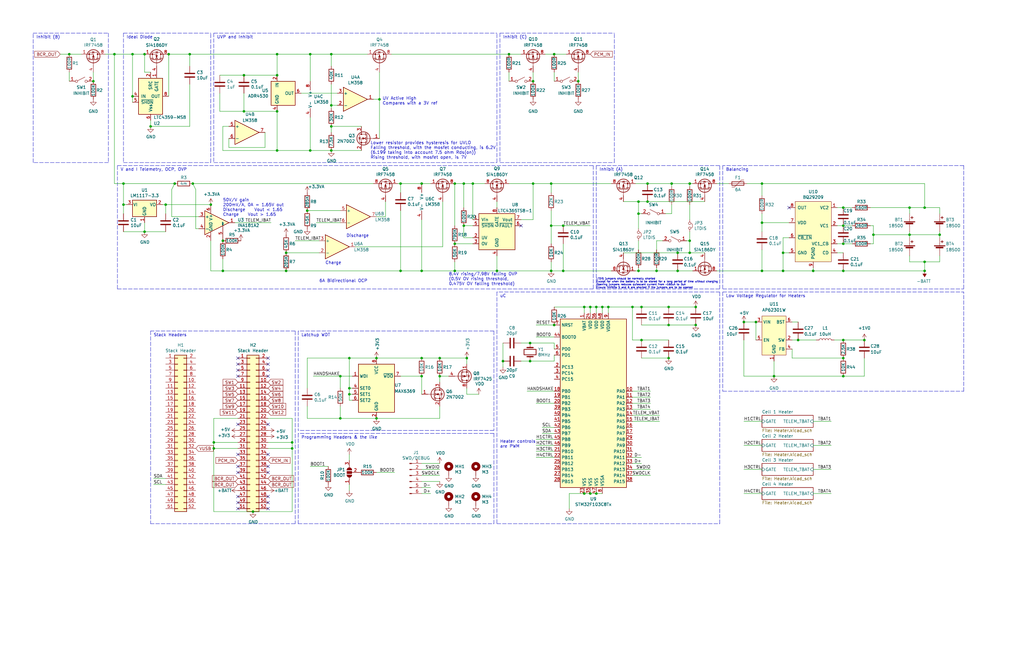
<source format=kicad_sch>
(kicad_sch (version 20211123) (generator eeschema)
  (paper "USLedger")
  (title_block (title "TJ Custom EPS") (rev "2") (company "TJHSST Nanosatellite Club") (comment 1 "Battery Master Sheet") (comment 2 "Provides OCP, OVP, and charge balancing, as well as telemetry") (comment 3 "Contains Battery TTC Node. Battery is intended to be a separate stack PCB") (comment 4 "Engineer: Alan Hsu"))
  (junction (at 233.68 22.86))
  (junction (at 330.2 114.3))
  (junction (at 285.75 106.68))
  (junction (at 116.84 46.99))
  (junction (at 355.6 87.63))
  (junction (at 232.41 114.3))
  (junction (at 212.09 152.4))
  (junction (at 73.66 77.47))
  (junction (at 168.91 114.3))
  (junction (at 321.31 93.98))
  (junction (at 160.02 41.91))
  (junction (at 60.96 22.86))
  (junction (at 273.05 85.09))
  (junction (at 293.37 137.16))
  (junction (at 251.46 208.28))
  (junction (at 168.91 77.47))
  (junction (at 90.17 186.69))
  (junction (at 116.84 31.75))
  (junction (at 281.94 151.13))
  (junction (at 177.8 151.13))
  (junction (at 355.6 158.75))
  (junction (at 273.05 77.47))
  (junction (at 233.68 137.16))
  (junction (at 355.6 143.51))
  (junction (at 276.86 114.3))
  (junction (at 243.84 34.29))
  (junction (at 177.8 158.75))
  (junction (at 90.17 189.23))
  (junction (at 139.7 44.45))
  (junction (at 195.58 77.47))
  (junction (at 39.37 34.29))
  (junction (at 266.7 129.54))
  (junction (at 254 129.54))
  (junction (at 232.41 95.25))
  (junction (at 389.89 114.3))
  (junction (at 93.98 114.3))
  (junction (at 80.01 22.86))
  (junction (at 143.51 176.53))
  (junction (at 293.37 129.54))
  (junction (at 281.94 129.54))
  (junction (at 355.6 102.87))
  (junction (at 283.21 77.47))
  (junction (at 191.77 102.87))
  (junction (at 269.24 90.17))
  (junction (at 102.87 31.75))
  (junction (at 196.85 151.13))
  (junction (at 88.9 86.36))
  (junction (at 71.12 22.86))
  (junction (at 330.2 106.68))
  (junction (at 185.42 151.13))
  (junction (at 389.89 110.49))
  (junction (at 224.79 77.47))
  (junction (at 147.32 166.37))
  (junction (at 120.65 106.68))
  (junction (at 248.92 129.54))
  (junction (at 237.49 95.25))
  (junction (at 248.92 208.28))
  (junction (at 130.81 22.86))
  (junction (at 139.7 63.5))
  (junction (at 251.46 129.54))
  (junction (at 246.38 208.28))
  (junction (at 214.63 22.86))
  (junction (at 281.94 137.16))
  (junction (at 355.6 151.13))
  (junction (at 130.81 63.5))
  (junction (at 326.39 158.75))
  (junction (at 396.24 99.06))
  (junction (at 269.24 85.09))
  (junction (at 318.77 135.89))
  (junction (at 81.28 77.47))
  (junction (at 52.07 86.36))
  (junction (at 129.54 88.9))
  (junction (at 116.84 22.86))
  (junction (at 147.32 163.83))
  (junction (at 55.88 40.64))
  (junction (at 120.65 114.3))
  (junction (at 285.75 114.3))
  (junction (at 123.19 186.69))
  (junction (at 223.52 152.4))
  (junction (at 355.6 114.3))
  (junction (at 224.79 34.29))
  (junction (at 29.21 22.86))
  (junction (at 342.9 114.3))
  (junction (at 106.68 215.9))
  (junction (at 60.96 97.79))
  (junction (at 389.89 87.63))
  (junction (at 185.42 158.75))
  (junction (at 191.77 114.3))
  (junction (at 269.24 114.3))
  (junction (at 290.83 77.47))
  (junction (at 290.83 101.6))
  (junction (at 321.31 114.3))
  (junction (at 52.07 77.47))
  (junction (at 139.7 53.34))
  (junction (at 223.52 144.78))
  (junction (at 336.55 143.51))
  (junction (at 69.85 86.36))
  (junction (at 383.54 99.06))
  (junction (at 246.38 129.54))
  (junction (at 199.39 77.47))
  (junction (at 270.51 143.51))
  (junction (at 55.88 22.86))
  (junction (at 123.19 189.23))
  (junction (at 383.54 87.63))
  (junction (at 139.7 22.86))
  (junction (at 116.84 63.5))
  (junction (at 102.87 46.99))
  (junction (at 321.31 77.47))
  (junction (at 63.5 53.34))
  (junction (at 158.75 176.53))
  (junction (at 232.41 77.47))
  (junction (at 313.69 135.89))
  (junction (at 270.51 129.54))
  (junction (at 177.8 114.3))
  (junction (at 290.83 106.68))
  (junction (at 355.6 95.25))
  (junction (at 143.51 158.75))
  (junction (at 147.32 151.13))
  (junction (at 256.54 129.54))
  (junction (at 177.8 77.47))
  (junction (at 209.55 114.3))
  (junction (at 368.3 99.06))
  (junction (at 48.26 22.86))
  (junction (at 191.77 77.47))
  (junction (at 195.58 95.25))
  (junction (at 93.98 101.6))
  (junction (at 237.49 114.3))
  (junction (at 364.49 143.51))
  (junction (at 158.75 151.13))
  (no_connect (at 113.03 151.13))
  (no_connect (at 100.33 212.09))
  (no_connect (at 100.33 158.75))
  (no_connect (at 113.03 212.09))
  (no_connect (at 100.33 151.13))
  (no_connect (at 113.03 214.63))
  (no_connect (at 332.74 87.63))
  (no_connect (at 100.33 209.55))
  (no_connect (at 219.71 95.25))
  (no_connect (at 113.03 179.07))
  (no_connect (at 100.33 196.85))
  (no_connect (at 100.33 191.77))
  (no_connect (at 113.03 199.39))
  (no_connect (at 100.33 156.21))
  (no_connect (at 113.03 158.75))
  (no_connect (at 113.03 196.85))
  (no_connect (at 113.03 191.77))
  (no_connect (at 100.33 214.63))
  (no_connect (at 100.33 179.07))
  (no_connect (at 113.03 209.55))
  (no_connect (at 100.33 153.67))
  (no_connect (at 113.03 156.21))
  (no_connect (at 100.33 199.39))
  (no_connect (at 113.03 153.67))
  (wire (pts (xy 55.88 40.64) (xy 55.88 43.18)))
  (wire (pts (xy 214.63 30.48) (xy 214.63 34.29)))
  (wire (pts (xy 147.32 204.47) (xy 147.32 207.01)))
  (polyline (pts (xy 208.28 139.7) (xy 208.28 181.61)))
  (wire (pts (xy 191.77 102.87) (xy 199.39 102.87)))
  (wire (pts (xy 139.7 55.88) (xy 139.7 53.34)))
  (wire (pts (xy 302.26 77.47) (xy 307.34 77.47)))
  (wire (pts (xy 80.01 22.86) (xy 116.84 22.86)))
  (wire (pts (xy 196.85 163.83) (xy 196.85 166.37)))
  (wire (pts (xy 355.6 158.75) (xy 326.39 158.75)))
  (wire (pts (xy 60.96 97.79) (xy 69.85 97.79)))
  (wire (pts (xy 168.91 158.75) (xy 177.8 158.75)))
  (wire (pts (xy 290.83 92.71) (xy 290.83 86.36)))
  (wire (pts (xy 226.06 137.16) (xy 233.68 137.16)))
  (wire (pts (xy 92.71 46.99) (xy 102.87 46.99)))
  (polyline (pts (xy 406.4 69.85) (xy 304.8 69.85)))
  (wire (pts (xy 248.92 208.28) (xy 246.38 208.28)))
  (wire (pts (xy 237.49 95.25) (xy 248.92 95.25)))
  (wire (pts (xy 48.26 22.86) (xy 55.88 22.86)))
  (wire (pts (xy 355.6 106.68) (xy 353.06 106.68)))
  (wire (pts (xy 332.74 106.68) (xy 330.2 106.68)))
  (wire (pts (xy 267.97 77.47) (xy 273.05 77.47)))
  (wire (pts (xy 123.19 186.69) (xy 123.19 189.23)))
  (wire (pts (xy 359.41 102.87) (xy 355.6 102.87)))
  (wire (pts (xy 177.8 92.71) (xy 177.8 114.3)))
  (wire (pts (xy 106.68 215.9) (xy 123.19 215.9)))
  (wire (pts (xy 233.68 142.24) (xy 226.06 142.24)))
  (polyline (pts (xy 251.46 69.85) (xy 303.53 69.85)))
  (wire (pts (xy 160.02 58.42) (xy 160.02 41.91)))
  (polyline (pts (xy 208.28 182.88) (xy 125.73 182.88)))
  (wire (pts (xy 396.24 99.06) (xy 396.24 100.33)))
  (wire (pts (xy 185.42 161.29) (xy 185.42 158.75)))
  (polyline (pts (xy 49.53 121.92) (xy 49.53 69.85)))
  (wire (pts (xy 99.06 93.98) (xy 114.3 93.98)))
  (wire (pts (xy 93.98 53.34) (xy 93.98 63.5)))
  (polyline (pts (xy 52.07 68.58) (xy 88.9 68.58)))
  (wire (pts (xy 52.07 86.36) (xy 53.34 86.36)))
  (wire (pts (xy 48.26 22.86) (xy 48.26 77.47)))
  (wire (pts (xy 232.41 114.3) (xy 237.49 114.3)))
  (wire (pts (xy 123.19 176.53) (xy 123.19 186.69)))
  (wire (pts (xy 167.64 77.47) (xy 168.91 77.47)))
  (wire (pts (xy 332.74 100.33) (xy 330.2 100.33)))
  (wire (pts (xy 102.87 31.75) (xy 92.71 31.75)))
  (wire (pts (xy 276.86 114.3) (xy 285.75 114.3)))
  (wire (pts (xy 269.24 114.3) (xy 269.24 113.03)))
  (wire (pts (xy 353.06 102.87) (xy 355.6 102.87)))
  (wire (pts (xy 355.6 143.51) (xy 364.49 143.51)))
  (wire (pts (xy 63.5 50.8) (xy 63.5 53.34)))
  (wire (pts (xy 223.52 144.78) (xy 219.71 144.78)))
  (wire (pts (xy 290.83 101.6) (xy 290.83 106.68)))
  (wire (pts (xy 266.7 200.66) (xy 274.32 200.66)))
  (polyline (pts (xy 88.9 68.58) (xy 88.9 13.97)))
  (wire (pts (xy 195.58 100.33) (xy 199.39 100.33)))
  (polyline (pts (xy 209.55 123.19) (xy 209.55 220.98)))
  (wire (pts (xy 342.9 114.3) (xy 342.9 113.03)))
  (wire (pts (xy 90.17 176.53) (xy 90.17 186.69)))
  (wire (pts (xy 177.8 198.12) (xy 185.42 198.12)))
  (wire (pts (xy 69.85 86.36) (xy 69.85 90.17)))
  (wire (pts (xy 285.75 106.68) (xy 290.83 106.68)))
  (wire (pts (xy 162.56 85.09) (xy 162.56 91.44)))
  (wire (pts (xy 129.54 176.53) (xy 143.51 176.53)))
  (wire (pts (xy 355.6 151.13) (xy 334.01 151.13)))
  (wire (pts (xy 93.98 114.3) (xy 88.9 114.3)))
  (wire (pts (xy 158.75 91.44) (xy 162.56 91.44)))
  (wire (pts (xy 281.94 151.13) (xy 270.51 151.13)))
  (wire (pts (xy 368.3 99.06) (xy 383.54 99.06)))
  (wire (pts (xy 55.88 22.86) (xy 60.96 22.86)))
  (wire (pts (xy 389.89 114.3) (xy 355.6 114.3)))
  (wire (pts (xy 290.83 77.47) (xy 292.1 77.47)))
  (wire (pts (xy 139.7 44.45) (xy 142.24 44.45)))
  (wire (pts (xy 168.91 88.9) (xy 168.91 114.3)))
  (wire (pts (xy 232.41 95.25) (xy 237.49 95.25)))
  (wire (pts (xy 130.81 63.5) (xy 139.7 63.5)))
  (wire (pts (xy 269.24 114.3) (xy 276.86 114.3)))
  (wire (pts (xy 214.63 77.47) (xy 224.79 77.47)))
  (wire (pts (xy 116.84 31.75) (xy 116.84 22.86)))
  (wire (pts (xy 396.24 107.95) (xy 396.24 110.49)))
  (wire (pts (xy 283.21 77.47) (xy 290.83 77.47)))
  (wire (pts (xy 359.41 95.25) (xy 355.6 95.25)))
  (wire (pts (xy 321.31 105.41) (xy 321.31 114.3)))
  (wire (pts (xy 60.96 22.86) (xy 60.96 30.48)))
  (wire (pts (xy 383.54 99.06) (xy 396.24 99.06)))
  (wire (pts (xy 185.42 203.2) (xy 177.8 203.2)))
  (wire (pts (xy 123.19 189.23) (xy 123.19 215.9)))
  (wire (pts (xy 147.32 163.83) (xy 148.59 163.83)))
  (wire (pts (xy 143.51 171.45) (xy 143.51 176.53)))
  (wire (pts (xy 147.32 166.37) (xy 147.32 163.83)))
  (wire (pts (xy 29.21 22.86) (xy 34.29 22.86)))
  (wire (pts (xy 82.55 96.52) (xy 83.82 96.52)))
  (polyline (pts (xy 210.82 68.58) (xy 259.08 68.58)))
  (wire (pts (xy 273.05 77.47) (xy 283.21 77.47)))
  (polyline (pts (xy 125.73 139.7) (xy 125.73 181.61)))
  (wire (pts (xy 274.32 170.18) (xy 266.7 170.18)))
  (wire (pts (xy 266.7 129.54) (xy 270.51 129.54)))
  (wire (pts (xy 102.87 46.99) (xy 116.84 46.99)))
  (wire (pts (xy 82.55 80.01) (xy 82.55 96.52)))
  (wire (pts (xy 120.65 114.3) (xy 93.98 114.3)))
  (wire (pts (xy 177.8 208.28) (xy 181.61 208.28)))
  (wire (pts (xy 270.51 90.17) (xy 269.24 90.17)))
  (wire (pts (xy 318.77 135.89) (xy 318.77 143.51)))
  (wire (pts (xy 111.76 55.88) (xy 111.76 62.23)))
  (wire (pts (xy 313.69 208.28) (xy 321.31 208.28)))
  (wire (pts (xy 350.52 187.96) (xy 342.9 187.96)))
  (wire (pts (xy 90.17 189.23) (xy 90.17 215.9)))
  (wire (pts (xy 102.87 39.37) (xy 102.87 46.99)))
  (wire (pts (xy 143.51 158.75) (xy 148.59 158.75)))
  (polyline (pts (xy 259.08 68.58) (xy 259.08 13.97)))
  (wire (pts (xy 273.05 85.09) (xy 297.18 85.09)))
  (wire (pts (xy 92.71 39.37) (xy 92.71 46.99)))
  (wire (pts (xy 246.38 129.54) (xy 246.38 132.08)))
  (wire (pts (xy 321.31 93.98) (xy 332.74 93.98)))
  (wire (pts (xy 281.94 137.16) (xy 270.51 137.16)))
  (wire (pts (xy 368.3 99.06) (xy 368.3 102.87)))
  (wire (pts (xy 116.84 63.5) (xy 130.81 63.5)))
  (wire (pts (xy 321.31 77.47) (xy 389.89 77.47)))
  (wire (pts (xy 199.39 95.25) (xy 195.58 95.25)))
  (wire (pts (xy 195.58 95.25) (xy 195.58 100.33)))
  (wire (pts (xy 209.55 85.09) (xy 209.55 87.63)))
  (wire (pts (xy 276.86 113.03) (xy 276.86 114.3)))
  (wire (pts (xy 177.8 151.13) (xy 185.42 151.13)))
  (wire (pts (xy 158.75 199.39) (xy 166.37 199.39)))
  (wire (pts (xy 147.32 151.13) (xy 158.75 151.13)))
  (wire (pts (xy 139.7 63.5) (xy 152.4 63.5)))
  (wire (pts (xy 81.28 77.47) (xy 157.48 77.47)))
  (wire (pts (xy 185.42 195.58) (xy 177.8 195.58)))
  (wire (pts (xy 232.41 77.47) (xy 232.41 81.28)))
  (wire (pts (xy 113.03 189.23) (xy 123.19 189.23)))
  (wire (pts (xy 290.83 106.68) (xy 297.18 106.68)))
  (wire (pts (xy 233.68 144.78) (xy 223.52 144.78)))
  (wire (pts (xy 195.58 77.47) (xy 191.77 77.47)))
  (wire (pts (xy 246.38 208.28) (xy 240.03 208.28)))
  (polyline (pts (xy 304.8 123.19) (xy 406.4 123.19)))
  (wire (pts (xy 262.89 106.68) (xy 285.75 106.68)))
  (wire (pts (xy 342.9 177.8) (xy 350.52 177.8)))
  (wire (pts (xy 72.39 91.44) (xy 83.82 91.44)))
  (wire (pts (xy 396.24 99.06) (xy 396.24 97.79)))
  (wire (pts (xy 129.54 176.53) (xy 129.54 171.45)))
  (wire (pts (xy 90.17 186.69) (xy 90.17 189.23)))
  (wire (pts (xy 224.79 77.47) (xy 232.41 77.47)))
  (polyline (pts (xy 209.55 68.58) (xy 209.55 13.97)))
  (polyline (pts (xy 45.72 13.97) (xy 45.72 68.58)))
  (wire (pts (xy 274.32 172.72) (xy 266.7 172.72)))
  (wire (pts (xy 389.89 110.49) (xy 396.24 110.49)))
  (wire (pts (xy 25.4 22.86) (xy 29.21 22.86)))
  (wire (pts (xy 139.7 27.94) (xy 139.7 22.86)))
  (wire (pts (xy 383.54 99.06) (xy 383.54 97.79)))
  (wire (pts (xy 321.31 77.47) (xy 321.31 82.55)))
  (wire (pts (xy 44.45 22.86) (xy 48.26 22.86)))
  (wire (pts (xy 233.68 129.54) (xy 246.38 129.54)))
  (wire (pts (xy 229.87 22.86) (xy 233.68 22.86)))
  (wire (pts (xy 226.06 185.42) (xy 233.68 185.42)))
  (wire (pts (xy 90.17 215.9) (xy 106.68 215.9)))
  (wire (pts (xy 285.75 114.3) (xy 292.1 114.3)))
  (polyline (pts (xy 303.53 123.19) (xy 209.55 123.19)))
  (wire (pts (xy 233.68 30.48) (xy 233.68 34.29)))
  (wire (pts (xy 313.69 198.12) (xy 321.31 198.12)))
  (wire (pts (xy 283.21 90.17) (xy 283.21 86.36)))
  (wire (pts (xy 191.77 95.25) (xy 191.77 77.47)))
  (polyline (pts (xy 49.53 69.85) (xy 250.19 69.85)))
  (wire (pts (xy 80.01 27.94) (xy 80.01 22.86)))
  (wire (pts (xy 177.8 200.66) (xy 185.42 200.66)))
  (wire (pts (xy 293.37 129.54) (xy 281.94 129.54)))
  (wire (pts (xy 269.24 85.09) (xy 273.05 85.09)))
  (wire (pts (xy 368.3 95.25) (xy 368.3 99.06)))
  (wire (pts (xy 313.69 135.89) (xy 318.77 135.89)))
  (wire (pts (xy 185.42 171.45) (xy 185.42 176.53)))
  (wire (pts (xy 52.07 77.47) (xy 73.66 77.47)))
  (wire (pts (xy 177.8 114.3) (xy 191.77 114.3)))
  (wire (pts (xy 195.58 87.63) (xy 195.58 77.47)))
  (wire (pts (xy 232.41 77.47) (xy 257.81 77.47)))
  (wire (pts (xy 248.92 129.54) (xy 251.46 129.54)))
  (wire (pts (xy 368.3 95.25) (xy 367.03 95.25)))
  (wire (pts (xy 351.79 143.51) (xy 355.6 143.51)))
  (wire (pts (xy 55.88 40.64) (xy 55.88 22.86)))
  (wire (pts (xy 266.7 193.04) (xy 270.51 193.04)))
  (wire (pts (xy 199.39 92.71) (xy 199.39 77.47)))
  (wire (pts (xy 71.12 40.64) (xy 71.12 22.86)))
  (wire (pts (xy 326.39 158.75) (xy 326.39 152.4)))
  (wire (pts (xy 143.51 88.9) (xy 129.54 88.9)))
  (wire (pts (xy 334.01 151.13) (xy 334.01 147.32)))
  (wire (pts (xy 52.07 97.79) (xy 60.96 97.79)))
  (wire (pts (xy 129.54 163.83) (xy 129.54 151.13)))
  (wire (pts (xy 139.7 35.56) (xy 139.7 44.45)))
  (wire (pts (xy 130.81 22.86) (xy 139.7 22.86)))
  (wire (pts (xy 219.71 92.71) (xy 224.79 92.71)))
  (polyline (pts (xy 210.82 13.97) (xy 210.82 68.58)))
  (wire (pts (xy 100.33 186.69) (xy 90.17 186.69)))
  (wire (pts (xy 321.31 90.17) (xy 321.31 93.98)))
  (wire (pts (xy 232.41 88.9) (xy 232.41 95.25)))
  (wire (pts (xy 147.32 163.83) (xy 147.32 151.13)))
  (wire (pts (xy 383.54 99.06) (xy 383.54 100.33)))
  (wire (pts (xy 177.8 77.47) (xy 181.61 77.47)))
  (wire (pts (xy 209.55 107.95) (xy 209.55 114.3)))
  (wire (pts (xy 226.06 190.5) (xy 233.68 190.5)))
  (polyline (pts (xy 90.17 68.58) (xy 209.55 68.58)))
  (wire (pts (xy 226.06 187.96) (xy 233.68 187.96)))
  (wire (pts (xy 64.77 201.93) (xy 69.85 201.93)))
  (wire (pts (xy 96.52 62.23) (xy 96.52 58.42)))
  (wire (pts (xy 290.83 97.79) (xy 290.83 101.6)))
  (wire (pts (xy 158.75 151.13) (xy 177.8 151.13)))
  (wire (pts (xy 281.94 129.54) (xy 270.51 129.54)))
  (polyline (pts (xy 250.19 121.92) (xy 227.33 121.92)))
  (wire (pts (xy 157.48 41.91) (xy 160.02 41.91)))
  (wire (pts (xy 132.08 158.75) (xy 143.51 158.75)))
  (wire (pts (xy 219.71 152.4) (xy 223.52 152.4)))
  (wire (pts (xy 116.84 31.75) (xy 102.87 31.75)))
  (wire (pts (xy 254 129.54) (xy 254 132.08)))
  (wire (pts (xy 168.91 81.28) (xy 168.91 77.47)))
  (wire (pts (xy 313.69 187.96) (xy 321.31 187.96)))
  (wire (pts (xy 143.51 163.83) (xy 143.51 158.75)))
  (polyline (pts (xy 208.28 182.88) (xy 208.28 220.98)))
  (wire (pts (xy 93.98 63.5) (xy 116.84 63.5)))
  (wire (pts (xy 60.96 30.48) (xy 63.5 30.48)))
  (wire (pts (xy 262.89 85.09) (xy 269.24 85.09)))
  (wire (pts (xy 142.24 39.37) (xy 127 39.37)))
  (wire (pts (xy 143.51 176.53) (xy 158.75 176.53)))
  (wire (pts (xy 185.42 158.75) (xy 189.23 158.75)))
  (wire (pts (xy 233.68 152.4) (xy 233.68 149.86)))
  (wire (pts (xy 289.56 101.6) (xy 290.83 101.6)))
  (wire (pts (xy 281.94 143.51) (xy 270.51 143.51)))
  (wire (pts (xy 209.55 114.3) (xy 232.41 114.3)))
  (wire (pts (xy 336.55 135.89) (xy 334.01 135.89)))
  (wire (pts (xy 100.33 176.53) (xy 90.17 176.53)))
  (wire (pts (xy 330.2 114.3) (xy 342.9 114.3)))
  (polyline (pts (xy 209.55 220.98) (xy 303.53 220.98)))
  (wire (pts (xy 71.12 22.86) (xy 80.01 22.86)))
  (wire (pts (xy 116.84 46.99) (xy 116.84 63.5)))
  (polyline (pts (xy 251.46 69.85) (xy 251.46 121.92)))
  (wire (pts (xy 228.6 182.88) (xy 233.68 182.88)))
  (wire (pts (xy 139.7 22.86) (xy 154.94 22.86)))
  (wire (pts (xy 147.32 168.91) (xy 147.32 166.37)))
  (wire (pts (xy 177.8 205.74) (xy 181.61 205.74)))
  (wire (pts (xy 52.07 77.47) (xy 52.07 86.36)))
  (wire (pts (xy 96.52 53.34) (xy 93.98 53.34)))
  (wire (pts (xy 279.4 101.6) (xy 276.86 101.6)))
  (polyline (pts (xy 304.8 123.19) (xy 304.8 165.1)))
  (wire (pts (xy 278.13 177.8) (xy 266.7 177.8)))
  (polyline (pts (xy 45.72 68.58) (xy 13.97 68.58)))
  (wire (pts (xy 269.24 101.6) (xy 269.24 105.41)))
  (wire (pts (xy 266.7 195.58) (xy 270.51 195.58)))
  (wire (pts (xy 113.03 176.53) (xy 123.19 176.53)))
  (wire (pts (xy 116.84 22.86) (xy 130.81 22.86)))
  (wire (pts (xy 100.33 189.23) (xy 90.17 189.23)))
  (wire (pts (xy 130.81 34.29) (xy 130.81 22.86)))
  (wire (pts (xy 232.41 110.49) (xy 232.41 114.3)))
  (wire (pts (xy 165.1 22.86) (xy 214.63 22.86)))
  (wire (pts (xy 148.59 168.91) (xy 147.32 168.91)))
  (wire (pts (xy 266.7 143.51) (xy 270.51 143.51)))
  (wire (pts (xy 237.49 114.3) (xy 257.81 114.3)))
  (wire (pts (xy 359.41 87.63) (xy 355.6 87.63)))
  (wire (pts (xy 321.31 114.3) (xy 330.2 114.3)))
  (wire (pts (xy 52.07 77.47) (xy 48.26 77.47)))
  (wire (pts (xy 364.49 158.75) (xy 364.49 151.13)))
  (wire (pts (xy 233.68 22.86) (xy 238.76 22.86)))
  (wire (pts (xy 186.69 85.09) (xy 186.69 104.14)))
  (wire (pts (xy 60.96 93.98) (xy 60.96 97.79)))
  (polyline (pts (xy 304.8 165.1) (xy 406.4 165.1)))
  (polyline (pts (xy 304.8 121.92) (xy 406.4 121.92)))
  (wire (pts (xy 266.7 198.12) (xy 274.32 198.12)))
  (wire (pts (xy 389.89 77.47) (xy 389.89 87.63)))
  (wire (pts (xy 64.77 204.47) (xy 69.85 204.47)))
  (wire (pts (xy 276.86 101.6) (xy 276.86 105.41)))
  (wire (pts (xy 113.03 186.69) (xy 123.19 186.69)))
  (wire (pts (xy 248.92 129.54) (xy 248.92 132.08)))
  (wire (pts (xy 124.46 101.6) (xy 134.62 101.6)))
  (wire (pts (xy 254 129.54) (xy 256.54 129.54)))
  (wire (pts (xy 29.21 30.48) (xy 29.21 34.29)))
  (wire (pts (xy 330.2 106.68) (xy 330.2 114.3)))
  (wire (pts (xy 355.6 158.75) (xy 364.49 158.75)))
  (wire (pts (xy 69.85 86.36) (xy 88.9 86.36)))
  (wire (pts (xy 195.58 77.47) (xy 199.39 77.47)))
  (wire (pts (xy 269.24 85.09) (xy 269.24 90.17)))
  (wire (pts (xy 185.42 151.13) (xy 196.85 151.13)))
  (wire (pts (xy 158.75 176.53) (xy 185.42 176.53)))
  (wire (pts (xy 52.07 86.36) (xy 52.07 90.17)))
  (polyline (pts (xy 90.17 13.97) (xy 90.17 68.58)))
  (wire (pts (xy 88.9 101.6) (xy 88.9 114.3)))
  (wire (pts (xy 274.32 167.64) (xy 266.7 167.64)))
  (wire (pts (xy 199.39 77.47) (xy 204.47 77.47)))
  (polyline (pts (xy 124.46 139.7) (xy 63.5 139.7)))
  (wire (pts (xy 68.58 86.36) (xy 69.85 86.36)))
  (wire (pts (xy 147.32 194.31) (xy 147.32 191.77)))
  (wire (pts (xy 251.46 129.54) (xy 251.46 132.08)))
  (polyline (pts (xy 303.53 121.92) (xy 303.53 69.85)))
  (polyline (pts (xy 210.82 13.97) (xy 259.08 13.97)))
  (wire (pts (xy 232.41 95.25) (xy 232.41 102.87)))
  (wire (pts (xy 72.39 80.01) (xy 72.39 91.44)))
  (wire (pts (xy 321.31 77.47) (xy 314.96 77.47)))
  (wire (pts (xy 290.83 78.74) (xy 290.83 77.47)))
  (wire (pts (xy 223.52 152.4) (xy 233.68 152.4)))
  (wire (pts (xy 243.84 34.29) (xy 243.84 30.48)))
  (wire (pts (xy 266.7 129.54) (xy 266.7 143.51)))
  (polyline (pts (xy 125.73 220.98) (xy 208.28 220.98)))
  (wire (pts (xy 233.68 147.32) (xy 233.68 144.78)))
  (wire (pts (xy 256.54 129.54) (xy 256.54 132.08)))
  (wire (pts (xy 149.86 104.14) (xy 186.69 104.14)))
  (wire (pts (xy 148.59 166.37) (xy 147.32 166.37)))
  (wire (pts (xy 228.6 180.34) (xy 233.68 180.34)))
  (wire (pts (xy 212.09 152.4) (xy 212.09 144.78)))
  (wire (pts (xy 302.26 114.3) (xy 321.31 114.3)))
  (wire (pts (xy 246.38 129.54) (xy 248.92 129.54)))
  (wire (pts (xy 267.97 114.3) (xy 269.24 114.3)))
  (polyline (pts (xy 90.17 13.97) (xy 209.55 13.97)))
  (wire (pts (xy 138.43 196.85) (xy 130.81 196.85)))
  (wire (pts (xy 280.67 90.17) (xy 283.21 90.17)))
  (wire (pts (xy 389.89 87.63) (xy 396.24 87.63)))
  (wire (pts (xy 330.2 100.33) (xy 330.2 106.68)))
  (polyline (pts (xy 63.5 139.7) (xy 63.5 220.98)))
  (wire (pts (xy 82.55 80.01) (xy 81.28 77.47)))
  (wire (pts (xy 191.77 110.49) (xy 191.77 114.3)))
  (polyline (pts (xy 406.4 69.85) (xy 406.4 121.92)))
  (polyline (pts (xy 303.53 220.98) (xy 303.53 123.19)))
  (wire (pts (xy 168.91 114.3) (xy 177.8 114.3)))
  (polyline (pts (xy 49.53 121.92) (xy 227.33 121.92)))
  (wire (pts (xy 214.63 22.86) (xy 219.71 22.86)))
  (wire (pts (xy 196.85 153.67) (xy 196.85 151.13)))
  (wire (pts (xy 313.69 143.51) (xy 313.69 158.75)))
  (wire (pts (xy 269.24 96.52) (xy 269.24 90.17)))
  (wire (pts (xy 313.69 158.75) (xy 326.39 158.75)))
  (wire (pts (xy 254 208.28) (xy 251.46 208.28)))
  (wire (pts (xy 251.46 208.28) (xy 248.92 208.28)))
  (wire (pts (xy 336.55 143.51) (xy 334.01 143.51)))
  (wire (pts (xy 130.81 49.53) (xy 130.81 63.5)))
  (wire (pts (xy 389.89 110.49) (xy 389.89 114.3)))
  (polyline (pts (xy 124.46 220.98) (xy 63.5 220.98)))
  (wire (pts (xy 160.02 30.48) (xy 160.02 41.91)))
  (wire (pts (xy 237.49 102.87) (xy 237.49 114.3)))
  (wire (pts (xy 266.7 165.1) (xy 274.32 165.1)))
  (wire (pts (xy 224.79 34.29) (xy 224.79 30.48)))
  (polyline (pts (xy 125.73 182.88) (xy 125.73 220.98)))
  (polyline (pts (xy 304.8 69.85) (xy 304.8 121.92)))
  (wire (pts (xy 283.21 78.74) (xy 283.21 77.47)))
  (wire (pts (xy 177.8 158.75) (xy 177.8 166.37)))
  (wire (pts (xy 256.54 129.54) (xy 266.7 129.54)))
  (wire (pts (xy 73.66 77.47) (xy 72.39 80.01)))
  (wire (pts (xy 313.69 177.8) (xy 321.31 177.8)))
  (polyline (pts (xy 406.4 165.1) (xy 406.4 123.19)))
  (wire (pts (xy 139.7 44.45) (xy 139.7 45.72)))
  (wire (pts (xy 355.6 95.25) (xy 353.06 95.25)))
  (polyline (pts (xy 52.07 13.97) (xy 88.9 13.97)))
  (wire (pts (xy 168.91 77.47) (xy 177.8 77.47)))
  (wire (pts (xy 321.31 93.98) (xy 321.31 97.79)))
  (polyline (pts (xy 251.46 121.92) (xy 303.53 121.92)))
  (polyline (pts (xy 13.97 68.58) (xy 13.97 13.97)))
  (wire (pts (xy 350.52 198.12) (xy 342.9 198.12)))
  (wire (pts (xy 389.89 87.63) (xy 383.54 87.63)))
  (polyline (pts (xy 52.07 13.97) (xy 52.07 68.58)))
  (wire (pts (xy 383.54 87.63) (xy 383.54 90.17)))
  (polyline (pts (xy 250.19 69.85) (xy 250.19 121.92)))
  (wire (pts (xy 63.5 53.34) (xy 80.01 53.34)))
  (wire (pts (xy 293.37 137.16) (xy 281.94 137.16)))
  (wire (pts (xy 355.6 87.63) (xy 353.06 87.63)))
  (wire (pts (xy 111.76 62.23) (xy 96.52 62.23)))
  (wire (pts (xy 383.54 107.95) (xy 383.54 110.49)))
  (polyline (pts (xy 208.28 181.61) (xy 125.73 181.61)))
  (wire (pts (xy 350.52 208.28) (xy 342.9 208.28)))
  (wire (pts (xy 120.65 106.68) (xy 134.62 106.68)))
  (wire (pts (xy 222.25 165.1) (xy 233.68 165.1)))
  (polyline (pts (xy 208.28 139.7) (xy 125.73 139.7)))
  (wire (pts (xy 224.79 92.71) (xy 224.79 77.47)))
  (wire (pts (xy 266.7 175.26) (xy 278.13 175.26)))
  (wire (pts (xy 133.35 93.98) (xy 143.51 93.98)))
  (polyline (pts (xy 13.97 13.97) (xy 45.72 13.97)))
  (wire (pts (xy 191.77 114.3) (xy 209.55 114.3)))
  (wire (pts (xy 396.24 87.63) (xy 396.24 90.17)))
  (wire (pts (xy 196.85 166.37) (xy 201.93 166.37)))
  (wire (pts (xy 251.46 129.54) (xy 254 129.54)))
  (wire (pts (xy 336.55 143.51) (xy 344.17 143.51)))
  (wire (pts (xy 120.65 114.3) (xy 168.91 114.3)))
  (wire (pts (xy 368.3 102.87) (xy 367.03 102.87)))
  (wire (pts (xy 39.37 34.29) (xy 39.37 30.48)))
  (wire (pts (xy 212.09 152.4) (xy 212.09 154.94)))
  (wire (pts (xy 139.7 53.34) (xy 152.4 53.34)))
  (wire (pts (xy 342.9 114.3) (xy 355.6 114.3)))
  (wire (pts (xy 226.06 193.04) (xy 233.68 193.04)))
  (wire (pts (xy 233.68 170.18) (xy 226.06 170.18)))
  (polyline (pts (xy 124.46 139.7) (xy 124.46 220.98)))
  (wire (pts (xy 383.54 87.63) (xy 367.03 87.63)))
  (wire (pts (xy 80.01 35.56) (xy 80.01 53.34)))
  (wire (pts (xy 240.03 208.28) (xy 240.03 214.63)))
  (wire (pts (xy 93.98 109.22) (xy 93.98 114.3)))
  (wire (pts (xy 129.54 151.13) (xy 147.32 151.13)))
  (wire (pts (xy 383.54 110.49) (xy 389.89 110.49)))
  (text "UV Active High\nCompares with a 3V ref\n" (at 161.29 44.45 0) (effects (font (size 1.27 1.27)) (justify left bottom)))
  (text "Lower resistor provides hysteresis for UVLO\nFalling threshold, with the mosfet conducting, is 6.2V \n(6.199 taking into account 7.5 ohm Rds(on))\nRising threshold, with mosfet open, is 7V" (at 156.21 67.31 0) (effects (font (size 1.27 1.27)) (justify left bottom)))
  (text "LTDIS jumpers should be normally shorted\nExcept for when the battery is to be stored for a long period of time without charging\nOpening jumpers reduces quiescant current from ~160uA to 3uA\nEnsure inhibits 5 and 6 are shorted if the jumpers are to be opened" (at 251.46 121.92 0) (effects (font (size 0.762 0.762)) (justify left bottom)))
  (text "Inhibit (C)" (at 212.09 16.51 0) (effects (font (size 1.27 1.27)) (justify left bottom)))
  (text "UVP and Inhibit" (at 91.44 16.51 0) (effects (font (size 1.27 1.27)) (justify left bottom)))
  (text "Ideal Diode" (at 53.34 16.51 0) (effects (font (size 1.27 1.27)) (justify left bottom)))
  (text "V and I Telemetry, OCP, OVP" (at 50.8 72.39 0) (effects (font (size 1.27 1.27)) (justify left bottom)))
  (text "6A Bidirectional OCP" (at 134.62 119.38 0) (effects (font (size 1.27 1.27)) (justify left bottom)))
  (text "Balancing" (at 306.07 72.39 0) (effects (font (size 1.27 1.27)) (justify left bottom)))
  (text "Discharge" (at 146.05 100.33 0) (effects (font (size 1.27 1.27)) (justify left bottom)))
  (text "Latchup WDT" (at 127 142.24 0) (effects (font (size 1.27 1.27)) (justify left bottom)))
  (text "Inhibit (A)" (at 252.73 72.39 0) (effects (font (size 1.27 1.27)) (justify left bottom)))
  (text "8.4V rising/7.98V falling OVP \n(0.5V OV rising threshold,\n0.475V OV falling threshold)" (at 189.23 120.65 0) (effects (font (size 1.27 1.27)) (justify left bottom)))
  (text "Programming Headers & the like" (at 127 185.42 0) (effects (font (size 1.27 1.27)) (justify left bottom)))
  (text "Stack Headers" (at 64.77 142.24 0) (effects (font (size 1.27 1.27)) (justify left bottom)))
  (text "50V/V gain\n200mV/A, 0A = 1.65V out\nDischarge    Vout < 1.65\nCharge    Vout > 1.65" (at 93.98 91.44 0) (effects (font (size 1.27 1.27)) (justify left bottom)))
  (text "Inhibit (B)" (at 15.24 16.51 0) (effects (font (size 1.27 1.27)) (justify left bottom)))
  (text "Low Voltage Regulator for Heaters" (at 306.07 125.73 0) (effects (font (size 1.27 1.27)) (justify left bottom)))
  (text "Heater controls\nare PWM" (at 210.82 189.23 0) (effects (font (size 1.27 1.27)) (justify left bottom)))
  (text "uC" (at 210.82 125.73 0) (effects (font (size 1.27 1.27)) (justify left bottom)))
  (text "Charge" (at 137.16 111.76 0) (effects (font (size 1.27 1.27)) (justify left bottom)))
  (label "TELEM_IBAT" (at 114.3 93.98 180))
  (label "TBAT3" (at 350.52 198.12 180))
  (label "TELEM_VBAT" (at 278.13 175.26 180))
  (label "BOOT0" (at 166.37 199.39 180))
  (label "BOOT0" (at 226.06 142.24 0))
  (label "H4CTRL" (at 313.69 208.28 0))
  (label "HANDSHAKE" (at 222.25 165.1 0))
  (label "TBAT4" (at 274.32 172.72 180))
  (label "D-" (at 270.51 193.04 180))
  (label "H3CTRL" (at 226.06 190.5 0))
  (label "H2CTRL" (at 226.06 187.96 0))
  (label "H1CTRL" (at 313.69 177.8 0))
  (label "SWDIO" (at 185.42 198.12 180))
  (label "D+" (at 270.51 195.58 180))
  (label "BOOT1" (at 130.81 196.85 0))
  (label "TELEM_IBAT" (at 124.46 101.6 0))
  (label "H4CTRL" (at 226.06 193.04 0))
  (label "D+" (at 181.61 208.28 180))
  (label "BOOT1" (at 226.06 170.18 0))
  (label "HANDSHAKE" (at 132.08 158.75 0))
  (label "TBAT2" (at 274.32 167.64 180))
  (label "H1CTRL" (at 226.06 185.42 0))
  (label "TELEM_IBAT" (at 278.13 177.8 180))
  (label "H2CTRL" (at 313.69 187.96 0))
  (label "TBAT3" (at 274.32 170.18 180))
  (label "TBAT1" (at 274.32 165.1 180))
  (label "TBAT4" (at 350.52 208.28 180))
  (label "SWDCLK" (at 185.42 200.66 180))
  (label "TELEM_IBAT" (at 133.35 93.98 0))
  (label "SWDCLK" (at 274.32 200.66 180))
  (label "SDA" (at 64.77 201.93 0))
  (label "SCL" (at 228.6 180.34 0))
  (label "TELEM_VBAT" (at 248.92 95.25 180))
  (label "RESET" (at 226.06 137.16 0))
  (label "SCL" (at 64.77 204.47 0))
  (label "D-" (at 181.61 205.74 180))
  (label "TBAT2" (at 350.52 187.96 180))
  (label "SDA" (at 228.6 182.88 0))
  (label "TBAT1" (at 350.52 177.8 180))
  (label "H3CTRL" (at 313.69 198.12 0))
  (label "SWDIO" (at 274.32 198.12 180))
  (global_label "VUSB" (shape input) (at 82.55 189.23 0) (property "Intersheet References" "${INTERSHEET_REFS}" (effects hide)))
  (global_label "BCR_OUT" (shape input) (at 113.03 201.93 0) (property "Intersheet References" "${INTERSHEET_REFS}" (effects hide)))
  (global_label "SW2" (shape input) (at 113.03 161.29 0) (property "Intersheet References" "${INTERSHEET_REFS}" (effects hide)))
  (global_label "BCR_OUT" (shape input) (at 113.03 204.47 0) (property "Intersheet References" "${INTERSHEET_REFS}" (effects hide)))
  (global_label "SW10" (shape input) (at 113.03 171.45 0) (property "Intersheet References" "${INTERSHEET_REFS}" (effects hide)))
  (global_label "SW12" (shape input) (at 113.03 173.99 0) (property "Intersheet References" "${INTERSHEET_REFS}" (effects hide)))
  (global_label "SW6" (shape input) (at 113.03 166.37 0) (property "Intersheet References" "${INTERSHEET_REFS}" (effects hide)))
  (global_label "BCR_OUT" (shape input) (at 100.33 201.93 180) (property "Intersheet References" "${INTERSHEET_REFS}" (effects hide)))
  (global_label "SW11" (shape input) (at 100.33 173.99 180) (property "Intersheet References" "${INTERSHEET_REFS}" (effects hide)))
  (global_label "PCM_IN" (shape input) (at 113.03 194.31 0) (property "Intersheet References" "${INTERSHEET_REFS}" (effects hide)))
  (global_label "SW7" (shape input) (at 100.33 168.91 180) (property "Intersheet References" "${INTERSHEET_REFS}" (effects hide)))
  (global_label "SW9" (shape input) (at 100.33 171.45 180) (property "Intersheet References" "${INTERSHEET_REFS}" (effects hide)))
  (global_label "SW8" (shape input) (at 113.03 168.91 0) (property "Intersheet References" "${INTERSHEET_REFS}" (effects hide)))
  (global_label "BCR_OUT" (shape input) (at 25.4 22.86 180) (property "Intersheet References" "${INTERSHEET_REFS}" (effects hide)))
  (global_label "SW5" (shape input) (at 100.33 166.37 180) (property "Intersheet References" "${INTERSHEET_REFS}" (effects hide)))
  (global_label "BCR_OUT" (shape input) (at 100.33 204.47 180) (property "Intersheet References" "${INTERSHEET_REFS}" (effects hide)))
  (global_label "SW1" (shape input) (at 100.33 161.29 180) (property "Intersheet References" "${INTERSHEET_REFS}" (effects hide)))
  (global_label "SW4" (shape input) (at 113.03 163.83 0) (property "Intersheet References" "${INTERSHEET_REFS}" (effects hide)))
  (global_label "PCM_IN" (shape input) (at 100.33 194.31 180) (property "Intersheet References" "${INTERSHEET_REFS}" (effects hide)))
  (global_label "SW3" (shape input) (at 100.33 163.83 180) (property "Intersheet References" "${INTERSHEET_REFS}" (effects hide)))
  (global_label "PCM_IN" (shape input) (at 248.92 22.86 0) (property "Intersheet References" "${INTERSHEET_REFS}" (effects hide)))
  (symbol (lib_id "symbols:BQ2920") (at 342.9 85.09 0) (mirror y) (unit 1)
    (property "Reference" "U10" (at 342.9 80.899 0))
    (property "Value" "BQ29209" (at 342.9 83.2104 0))
    (property "Footprint" "Package_SON:Texas_S-PVSON-N8_ThermalVias" (effects hide))
  )
  (symbol (lib_id "Device:C") (at 355.6 110.49 0) (unit 1)
    (property "Reference" "C21" (at 358.521 109.3216 0) (effects (justify left)))
    (property "Value" "0.1uF" (at 358.521 111.633 0) (effects (justify left)))
    (property "Footprint" "Capacitor_SMD:C_0805_2012Metric" (effects hide))
  )
  (symbol (lib_id "Device:R") (at 363.22 95.25 270) (unit 1)
    (property "Reference" "R34" (at 363.22 92.71 90))
    (property "Value" "260R" (at 363.22 95.25 90))
    (property "Footprint" "Resistor_SMD:R_0805_2012Metric" (effects hide))
  )
  (symbol (lib_id "Device:R") (at 363.22 102.87 270) (unit 1)
    (property "Reference" "R35" (at 363.22 100.33 90))
    (property "Value" "100R" (at 363.22 102.87 90))
    (property "Footprint" "Resistor_SMD:R_0805_2012Metric" (effects hide))
  )
  (symbol (lib_id "Device:C") (at 355.6 99.06 0) (unit 1)
    (property "Reference" "C20" (at 355.6 96.52 0) (effects (justify left)))
    (property "Value" "0.1uF" (at 355.6 101.6 0) (effects (justify left)))
    (property "Footprint" "Capacitor_SMD:C_0805_2012Metric" (effects hide))
  )
  (symbol (lib_id "Device:C") (at 355.6 91.44 0) (unit 1)
    (property "Reference" "C19" (at 355.6 88.9 0) (effects (justify left)))
    (property "Value" "0.1uF" (at 355.6 93.98 0) (effects (justify left)))
    (property "Footprint" "Capacitor_SMD:C_0805_2012Metric" (effects hide))
  )
  (symbol (lib_id "Device:R") (at 363.22 87.63 270) (unit 1)
    (property "Reference" "R33" (at 363.22 85.09 90))
    (property "Value" "160R" (at 363.22 87.63 90))
    (property "Footprint" "Resistor_SMD:R_0805_2012Metric" (effects hide))
  )
  (symbol (lib_id "Device:C") (at 321.31 101.6 0) (unit 1)
    (property "Reference" "C18" (at 324.231 100.4316 0) (effects (justify left)))
    (property "Value" "0.1uF" (at 324.231 102.743 0) (effects (justify left)))
    (property "Footprint" "Capacitor_SMD:C_0805_2012Metric" (effects hide))
  )
  (symbol (lib_id "Device:R") (at 321.31 86.36 0) (unit 1)
    (property "Reference" "R32" (at 322.58 86.36 0) (effects (justify left)))
    (property "Value" "100R" (at 321.31 86.36 90))
    (property "Footprint" "Resistor_SMD:R_0805_2012Metric" (effects hide))
  )
  (symbol (lib_id "Device:Polyfuse") (at 311.15 77.47 270) (unit 1)
    (property "Reference" "F1" (at 311.15 74.93 90))
    (property "Value" "6A" (at 311.15 80.01 90))
    (property "Footprint" "Resistor_SMD:R_1206_3216Metric" (effects hide))
  )
  (symbol (lib_id "Transistor_FET:Si4162DY") (at 262.89 111.76 90) (mirror x) (unit 1)
    (property "Reference" "Q13" (at 262.89 102.87 90))
    (property "Value" "Si4186DY" (at 262.89 105.41 90))
    (property "Footprint" "Package_SO:SOIC-8_3.9x4.9mm_P1.27mm" (effects hide))
    (property "Datasheet" "http://www.vishay.com/docs/68967/si4162dy.pdf" (effects hide))
  )
  (symbol (lib_id "power:GND") (at 232.41 114.3 0) (unit 1)
    (property "Reference" "#PWR032" (effects hide))
    (property "Value" "GND" (at 232.537 118.6942 0))
  )
  (symbol (lib_id "Transistor_FET:IRF7404") (at 262.89 80.01 90) (unit 1)
    (property "Reference" "Q12" (at 269.24 74.93 90))
    (property "Value" "IRF7458" (at 262.89 73.66 90))
    (property "Footprint" "Package_SO:SOIC-8_3.9x4.9mm_P1.27mm" (effects hide))
    (property "Datasheet" "http://www.infineon.com/dgdl/irf7404.pdf?fileId=5546d462533600a4015355fa2b5b1b9e" (effects hide))
  )
  (symbol (lib_id "Power_Management:LTC4365TS8-1") (at 209.55 97.79 0) (unit 1)
    (property "Reference" "U8" (at 217.17 86.36 0))
    (property "Value" "LTC4365TS8-1" (at 217.17 88.9 0))
    (property "Footprint" "Package_TO_SOT_SMD:TSOT-23-8" (effects hide))
    (property "Datasheet" "https://www.analog.com/media/en/technical-documentation/data-sheets/4365fa.pdf" (effects hide))
  )
  (symbol (lib_id "Transistor_FET:IRF7404") (at 186.69 80.01 270) (mirror x) (unit 1)
    (property "Reference" "Q7" (at 186.69 71.3232 90))
    (property "Value" "IRF7458" (at 186.69 73.6346 90))
    (property "Footprint" "Package_SO:SOIC-8_3.9x4.9mm_P1.27mm" (effects hide))
    (property "Datasheet" "http://www.infineon.com/dgdl/irf7404.pdf?fileId=5546d462533600a4015355fa2b5b1b9e" (effects hide))
  )
  (symbol (lib_id "Transistor_FET:Si4162DY") (at 209.55 80.01 90) (unit 1)
    (property "Reference" "Q9" (at 209.55 71.12 90))
    (property "Value" "Si4186DY" (at 209.55 73.66 90))
    (property "Footprint" "Package_SO:SOIC-8_3.9x4.9mm_P1.27mm" (effects hide))
    (property "Datasheet" "http://www.vishay.com/docs/68967/si4162dy.pdf" (effects hide))
  )
  (symbol (lib_id "Switch:SW_SPST") (at 275.59 90.17 0) (mirror y) (unit 1)
    (property "Reference" "SW4" (at 275.59 86.36 0))
    (property "Value" "INHIBIT" (at 275.59 93.98 0))
    (property "Footprint" "Connector_Hirose:Hirose_DF13-02P-1.25DSA_1x02_P1.25mm_Vertical" (effects hide))
  )
  (symbol (lib_id "Switch:SW_SPST") (at 284.48 101.6 0) (mirror y) (unit 1)
    (property "Reference" "SW5" (at 284.48 97.79 0))
    (property "Value" "INHIBIT" (at 284.48 105.41 0))
    (property "Footprint" "Connector_Hirose:Hirose_DF13-02P-1.25DSA_1x02_P1.25mm_Vertical" (effects hide))
  )
  (symbol (lib_id "Device:R") (at 283.21 82.55 0) (unit 1)
    (property "Reference" "R30" (at 285.75 82.55 0))
    (property "Value" "100R" (at 283.21 82.55 90))
    (property "Footprint" "Resistor_SMD:R_0805_2012Metric" (effects hide))
  )
  (symbol (lib_id "Device:R") (at 195.58 91.44 0) (unit 1)
    (property "Reference" "R20" (at 196.85 91.44 0) (effects (justify left)))
    (property "Value" "100K" (at 195.58 91.44 90))
    (property "Footprint" "Resistor_SMD:R_0805_2012Metric" (effects hide))
  )
  (symbol (lib_id "Device:R") (at 276.86 109.22 0) (unit 1)
    (property "Reference" "R29" (at 279.4 109.22 0))
    (property "Value" "100R" (at 276.86 109.22 90))
    (property "Footprint" "Resistor_SMD:R_0805_2012Metric" (effects hide))
  )
  (symbol (lib_id "Transistor_FET:IRF7404") (at 297.18 80.01 270) (mirror x) (unit 1)
    (property "Reference" "Q14" (at 297.18 71.3232 90))
    (property "Value" "IRF7458" (at 297.18 73.6346 90))
    (property "Footprint" "Package_SO:SOIC-8_3.9x4.9mm_P1.27mm" (effects hide))
    (property "Datasheet" "http://www.infineon.com/dgdl/irf7404.pdf?fileId=5546d462533600a4015355fa2b5b1b9e" (effects hide))
  )
  (symbol (lib_id "Device:R") (at 191.77 99.06 0) (unit 1)
    (property "Reference" "R18" (at 193.04 99.06 0) (effects (justify left)))
    (property "Value" "790K" (at 191.77 99.06 90))
    (property "Footprint" "Resistor_SMD:R_0805_2012Metric" (effects hide))
  )
  (symbol (lib_id "Device:R") (at 191.77 106.68 0) (unit 1)
    (property "Reference" "R19" (at 193.04 106.68 0) (effects (justify left)))
    (property "Value" "50K" (at 191.77 106.68 90))
    (property "Footprint" "Resistor_SMD:R_0805_2012Metric" (effects hide))
  )
  (symbol (lib_id "Device:R") (at 77.47 77.47 270) (unit 1)
    (property "Reference" "R3" (at 77.47 74.93 90))
    (property "Value" "4m" (at 77.47 77.47 90))
    (property "Footprint" "Resistor_SMD:R_1206_3216Metric" (effects hide))
  )
  (symbol (lib_id "Device:C") (at 273.05 81.28 0) (unit 1)
    (property "Reference" "C13" (at 275.59 80.01 0) (effects (justify left)))
    (property "Value" "0.1uF" (at 275.59 82.55 0) (effects (justify left)))
    (property "Footprint" "Capacitor_SMD:C_0805_2012Metric" (effects hide))
  )
  (symbol (lib_id "Amplifier_Operational:LM358") (at 151.13 91.44 0) (unit 2)
    (property "Reference" "U6" (at 160.02 90.17 0))
    (property "Value" "LM358" (at 161.29 92.71 0))
    (property "Footprint" "Package_SO:SO-8_3.9x4.9mm_P1.27mm" (effects hide))
    (property "Datasheet" "http://www.ti.com/lit/ds/symlink/lm2904-n.pdf" (effects hide))
  )
  (symbol (lib_id "Device:R") (at 269.24 109.22 0) (unit 1)
    (property "Reference" "R28" (at 270.51 109.22 0) (effects (justify left)))
    (property "Value" "100K" (at 269.24 109.22 90))
    (property "Footprint" "Resistor_SMD:R_0805_2012Metric" (effects hide))
  )
  (symbol (lib_id "Device:R") (at 232.41 85.09 0) (unit 1)
    (property "Reference" "R23" (at 233.68 85.09 0) (effects (justify left)))
    (property "Value" "22K" (at 232.41 85.09 90))
    (property "Footprint" "Resistor_SMD:R_0805_2012Metric" (effects hide))
  )
  (symbol (lib_id "Device:R") (at 232.41 106.68 0) (unit 1)
    (property "Reference" "R24" (at 233.68 106.68 0) (effects (justify left)))
    (property "Value" "10K" (at 232.41 106.68 90))
    (property "Footprint" "Resistor_SMD:R_0805_2012Metric" (effects hide))
  )
  (symbol (lib_id "power:-BATT") (at 389.89 114.3 180) (unit 1)
    (property "Reference" "#PWR038" (effects hide))
    (property "Value" "-BATT" (at 389.509 118.6942 0))
  )
  (symbol (lib_id "BatteryMaster-rescue:Jumper_NC_Small-Device") (at 290.83 95.25 270) (unit 1)
    (property "Reference" "JP3" (at 292.7096 94.0816 90) (effects (justify left)))
    (property "Value" "LTDIS" (at 292.7096 96.393 90) (effects (justify left)))
    (property "Footprint" "Connector_PinHeader_1.27mm:PinHeader_1x02_P1.27mm_Vertical" (effects hide))
  )
  (symbol (lib_id "Amplifier_Current:INA181") (at 91.44 93.98 0) (unit 1)
    (property "Reference" "U3" (at 100.1776 92.8116 0) (effects (justify left)))
    (property "Value" "INA181A2" (at 100.1776 95.123 0) (effects (justify left)))
    (property "Footprint" "Package_TO_SOT_SMD:SOT-23-6" (effects hide))
    (property "Datasheet" "http://www.ti.com/lit/ds/symlink/ina181.pdf" (effects hide))
  )
  (symbol (lib_id "Device:C") (at 237.49 99.06 0) (unit 1)
    (property "Reference" "C10" (at 240.411 97.8916 0) (effects (justify left)))
    (property "Value" "0.1uF" (at 240.411 100.203 0) (effects (justify left)))
    (property "Footprint" "Capacitor_SMD:C_0805_2012Metric" (effects hide))
  )
  (symbol (lib_id "Device:Battery_Cell") (at 396.24 95.25 0) (unit 1)
    (property "Reference" "BT3" (at 398.78 92.71 0) (effects (justify left)))
    (property "Value" "18500" (at 398.78 95.25 0) (effects (justify left)))
    (property "Footprint" "footprints:18650-weld" (effects hide))
  )
  (symbol (lib_id "Device:C") (at 52.07 93.98 0) (unit 1)
    (property "Reference" "C1" (at 54.991 92.8116 0) (effects (justify left)))
    (property "Value" "10uF" (at 54.991 95.123 0) (effects (justify left)))
    (property "Footprint" "Capacitor_SMD:C_0805_2012Metric" (effects hide))
  )
  (symbol (lib_id "BatteryMaster-rescue:Jumper_NC_Small-Device") (at 269.24 99.06 270) (unit 1)
    (property "Reference" "JP2" (at 271.1196 97.8916 90) (effects (justify left)))
    (property "Value" "LTDIS" (at 271.1196 100.203 90) (effects (justify left)))
    (property "Footprint" "Connector_PinHeader_1.27mm:PinHeader_1x02_P1.27mm_Vertical" (effects hide))
  )
  (symbol (lib_id "Device:C") (at 69.85 93.98 0) (unit 1)
    (property "Reference" "C2" (at 72.771 92.8116 0) (effects (justify left)))
    (property "Value" "0.1uF" (at 72.771 95.123 0) (effects (justify left)))
    (property "Footprint" "Capacitor_SMD:C_0805_2012Metric" (effects hide))
  )
  (symbol (lib_id "Device:Battery_Cell") (at 383.54 95.25 0) (unit 1)
    (property "Reference" "BT1" (at 377.19 92.71 0) (effects (justify left)))
    (property "Value" "18500" (at 374.65 95.25 0) (effects (justify left)))
    (property "Footprint" "footprints:18650-weld" (effects hide))
  )
  (symbol (lib_id "BatteryMaster-rescue:SolderJumper_3_Open-Jumper") (at 147.32 199.39 90) (unit 1)
    (property "Reference" "JP1" (at 145.6182 198.2216 90) (effects (justify left)))
    (property "Value" "BOOT" (at 145.6182 200.533 90) (effects (justify left)))
    (property "Footprint" "Jumper:SolderJumper-3_P1.3mm_Open_Pad1.0x1.5mm" (effects hide))
  )
  (symbol (lib_id "Power_Management:LTC4359-MS8") (at 63.5 40.64 0) (unit 1)
    (property "Reference" "U2" (at 64.77 52.07 0) (effects (justify left)))
    (property "Value" "LTC4359-MS8" (at 64.77 49.53 0) (effects (justify left)))
    (property "Footprint" "Package_SO:MSOP-8_3x3mm_P0.65mm" (effects hide))
    (property "Datasheet" "https://www.analog.com/media/en/technical-documentation/data-sheets/ltc4359.pdf" (effects hide))
  )
  (symbol (lib_id "Device:Battery_Cell") (at 396.24 105.41 0) (unit 1)
    (property "Reference" "BT4" (at 398.78 102.87 0) (effects (justify left)))
    (property "Value" "18500" (at 398.78 105.41 0) (effects (justify left)))
    (property "Footprint" "footprints:18650-weld" (effects hide))
  )
  (symbol (lib_id "Device:Battery_Cell") (at 383.54 105.41 0) (unit 1)
    (property "Reference" "BT2" (at 377.19 102.87 0) (effects (justify left)))
    (property "Value" "18500" (at 374.65 105.41 0) (effects (justify left)))
    (property "Footprint" "footprints:18650-weld" (effects hide))
  )
  (symbol (lib_id "power:GND") (at 60.96 97.79 0) (unit 1)
    (property "Reference" "#PWR02" (effects hide))
    (property "Value" "GND" (at 61.087 102.1842 0))
  )
  (symbol (lib_id "Transistor_FET:Si4162DY") (at 297.18 111.76 270) (unit 1)
    (property "Reference" "Q15" (at 297.18 102.87 90))
    (property "Value" "Si4186DY" (at 297.18 105.41 90))
    (property "Footprint" "Package_SO:SOIC-8_3.9x4.9mm_P1.27mm" (effects hide))
    (property "Datasheet" "http://www.vishay.com/docs/68967/si4162dy.pdf" (effects hide))
  )
  (symbol (lib_id "Device:R") (at 290.83 82.55 0) (unit 1)
    (property "Reference" "R31" (at 292.1 82.55 0) (effects (justify left)))
    (property "Value" "100K" (at 290.83 82.55 90))
    (property "Footprint" "Resistor_SMD:R_0805_2012Metric" (effects hide))
  )
  (symbol (lib_id "Device:C") (at 285.75 110.49 0) (unit 1)
    (property "Reference" "C16" (at 288.29 109.22 0) (effects (justify left)))
    (property "Value" "0.1uF" (at 288.29 111.76 0) (effects (justify left)))
    (property "Footprint" "Capacitor_SMD:C_0805_2012Metric" (effects hide))
  )
  (symbol (lib_id "Connector:Conn_01x06_Male") (at 172.72 200.66 0) (unit 1)
    (property "Reference" "J1" (at 175.4632 190.9826 0))
    (property "Value" "SWD/DEBUG" (at 175.4632 193.294 0))
    (property "Footprint" "Connector_PinHeader_2.54mm:PinHeader_1x06_P2.54mm_Vertical" (effects hide))
  )
  (symbol (lib_id "power:+3.3VA") (at 88.9 86.36 0) (unit 1)
    (property "Reference" "#PWR04" (effects hide))
    (property "Value" "+3.3VA" (at 89.281 81.9658 0))
  )
  (symbol (lib_id "Device:R") (at 97.79 101.6 90) (unit 1)
    (property "Reference" "R5" (at 97.79 99.06 90))
    (property "Value" "100K" (at 97.79 101.6 90))
    (property "Footprint" "Resistor_SMD:R_0805_2012Metric" (effects hide))
  )
  (symbol (lib_id "Device:R") (at 93.98 105.41 0) (unit 1)
    (property "Reference" "R4" (at 95.25 105.41 0) (effects (justify left)))
    (property "Value" "100K" (at 93.98 105.41 90))
    (property "Footprint" "Resistor_SMD:R_0805_2012Metric" (effects hide))
  )
  (symbol (lib_id "Connector_Generic:Conn_02x26_Odd_Even") (at 74.93 181.61 0) (unit 1)
    (property "Reference" "H1" (at 76.2 145.6182 0))
    (property "Value" "Stack Header" (at 76.2 147.9296 0))
    (property "Footprint" "footprints:PinSocket_2x26_P2.54mm_Vertical" (effects hide))
  )
  (symbol (lib_id "power:+5V") (at 100.33 181.61 90) (unit 1)
    (property "Reference" "#PWR05" (effects hide))
    (property "Value" "+5V" (at 97.0788 181.229 90) (effects (justify left)))
  )
  (symbol (lib_id "power:+5V") (at 113.03 181.61 270) (unit 1)
    (property "Reference" "#PWR010" (effects hide))
    (property "Value" "+5V" (at 116.2812 181.991 90) (effects (justify left)))
  )
  (symbol (lib_id "power:+3V3") (at 100.33 184.15 90) (unit 1)
    (property "Reference" "#PWR06" (effects hide))
    (property "Value" "+3V3" (at 97.0788 183.769 90) (effects (justify left)))
  )
  (symbol (lib_id "power:+3V3") (at 113.03 184.15 270) (unit 1)
    (property "Reference" "#PWR011" (effects hide))
    (property "Value" "+3V3" (at 116.2812 184.531 90) (effects (justify left)))
  )
  (symbol (lib_id "power:+BATT") (at 113.03 207.01 270) (unit 1)
    (property "Reference" "#PWR012" (effects hide))
    (property "Value" "+BATT" (at 115.57 207.01 90) (effects (justify left)))
  )
  (symbol (lib_id "power:+BATT") (at 100.33 207.01 90) (unit 1)
    (property "Reference" "#PWR07" (effects hide))
    (property "Value" "+BATT" (at 97.79 207.01 90) (effects (justify left)))
  )
  (symbol (lib_id "power:GND") (at 106.68 215.9 0) (unit 1)
    (property "Reference" "#PWR09" (effects hide))
    (property "Value" "GND" (at 106.807 220.2942 0))
  )
  (symbol (lib_id "Connector_Generic:Conn_02x26_Odd_Even") (at 105.41 181.61 0) (unit 1)
    (property "Reference" "H2" (at 106.68 145.6182 0))
    (property "Value" "Stack Header" (at 106.68 147.9296 0))
    (property "Footprint" "footprints:PinSocket_2x26_P2.54mm_Vertical" (effects hide))
  )
  (symbol (lib_id "power:+3.3VA") (at 101.6 101.6 0) (unit 1)
    (property "Reference" "#PWR08" (effects hide))
    (property "Value" "+3.3VA" (at 101.981 97.2058 0))
  )
  (symbol (lib_id "Amplifier_Operational:LM358") (at 142.24 104.14 0) (unit 1)
    (property "Reference" "U6" (at 151.13 102.87 0))
    (property "Value" "LM358" (at 152.4 105.41 0))
    (property "Footprint" "Package_SO:SO-8_3.9x4.9mm_P1.27mm" (effects hide))
    (property "Datasheet" "http://www.ti.com/lit/ds/symlink/lm2904-n.pdf" (effects hide))
  )
  (symbol (lib_id "Amplifier_Operational:LM358") (at 180.34 85.09 0) (unit 3)
    (property "Reference" "U6" (at 179.2732 83.9216 0) (effects (justify left)))
    (property "Value" "LM358" (at 179.2732 86.233 0) (effects (justify left)))
    (property "Footprint" "Package_SO:SO-8_3.9x4.9mm_P1.27mm" (effects hide))
    (property "Datasheet" "http://www.ti.com/lit/ds/symlink/lm2904-n.pdf" (effects hide))
  )
  (symbol (lib_id "power:+3.3VA") (at 120.65 99.06 0) (unit 1)
    (property "Reference" "#PWR013" (effects hide))
    (property "Value" "+3.3VA" (at 121.031 94.6658 0))
  )
  (symbol (lib_id "Device:R") (at 120.65 102.87 0) (unit 1)
    (property "Reference" "R6" (at 121.92 102.87 0) (effects (justify left)))
    (property "Value" "45K" (at 120.65 102.87 90))
    (property "Footprint" "Resistor_SMD:R_0805_2012Metric" (effects hide))
  )
  (symbol (lib_id "Device:R") (at 120.65 110.49 0) (unit 1)
    (property "Reference" "R7" (at 121.92 110.49 0) (effects (justify left)))
    (property "Value" "285K" (at 120.65 110.49 90))
    (property "Footprint" "Resistor_SMD:R_0805_2012Metric" (effects hide))
  )
  (symbol (lib_id "Transistor_FET:IRF7404") (at 162.56 80.01 90) (unit 1)
    (property "Reference" "Q5" (at 162.56 71.3232 90))
    (property "Value" "IRF7458" (at 162.56 73.6346 90))
    (property "Footprint" "Package_SO:SOIC-8_3.9x4.9mm_P1.27mm" (effects hide))
    (property "Datasheet" "http://www.infineon.com/dgdl/irf7404.pdf?fileId=5546d462533600a4015355fa2b5b1b9e" (effects hide))
  )
  (symbol (lib_id "Device:R") (at 129.54 92.71 0) (unit 1)
    (property "Reference" "R9" (at 130.81 95.25 0) (effects (justify left)))
    (property "Value" "45K" (at 129.54 92.71 90))
    (property "Footprint" "Resistor_SMD:R_0805_2012Metric" (effects hide))
  )
  (symbol (lib_id "Device:R") (at 129.54 85.09 0) (unit 1)
    (property "Reference" "R8" (at 130.81 85.09 0) (effects (justify left)))
    (property "Value" "285K" (at 129.54 85.09 90))
    (property "Footprint" "Resistor_SMD:R_0805_2012Metric" (effects hide))
  )
  (symbol (lib_id "Transistor_FET:Si4162DY") (at 66.04 25.4 270) (mirror x) (unit 1)
    (property "Reference" "Q2" (at 66.04 16.51 90))
    (property "Value" "Si4186DY" (at 66.04 19.05 90))
    (property "Footprint" "Package_SO:SOIC-8_3.9x4.9mm_P1.27mm" (effects hide))
    (property "Datasheet" "http://www.vishay.com/docs/68967/si4162dy.pdf" (effects hide))
  )
  (symbol (lib_id "power:+3.3VA") (at 129.54 81.28 0) (unit 1)
    (property "Reference" "#PWR014" (effects hide))
    (property "Value" "+3.3VA" (at 133.35 78.74 0))
  )
  (symbol (lib_id "power:GND") (at 63.5 53.34 0) (unit 1)
    (property "Reference" "#PWR03" (effects hide))
    (property "Value" "GND" (at 63.627 57.7342 0))
  )
  (symbol (lib_id "Device:C") (at 80.01 31.75 0) (unit 1)
    (property "Reference" "C3" (at 82.931 30.5816 0) (effects (justify left)))
    (property "Value" "10uF" (at 82.931 32.893 0) (effects (justify left)))
    (property "Footprint" "Capacitor_SMD:C_0805_2012Metric" (effects hide))
  )
  (symbol (lib_id "Device:C") (at 168.91 85.09 0) (unit 1)
    (property "Reference" "C7" (at 171.831 83.9216 0) (effects (justify left)))
    (property "Value" "0.1uF" (at 171.831 86.233 0) (effects (justify left)))
    (property "Footprint" "Capacitor_SMD:C_0805_2012Metric" (effects hide))
  )
  (symbol (lib_id "Regulator_Linear:LM1117-3.3") (at 60.96 86.36 0) (unit 1)
    (property "Reference" "U1" (at 60.96 80.2132 0))
    (property "Value" "LM1117-3.3" (at 60.96 82.5246 0))
    (property "Footprint" "Package_TO_SOT_SMD:SOT-223-3_TabPin2" (effects hide))
    (property "Datasheet" "http://www.ti.com/lit/ds/symlink/lm1117.pdf" (effects hide))
  )
  (symbol (lib_id "power:GND") (at 129.54 96.52 0) (unit 1)
    (property "Reference" "#PWR015" (effects hide))
    (property "Value" "GND" (at 125.73 97.79 0))
  )
  (symbol (lib_id "Device:R") (at 138.43 200.66 0) (unit 1)
    (property "Reference" "R10" (at 135.89 200.66 90))
    (property "Value" "100K" (at 138.43 200.66 90))
    (property "Footprint" "Resistor_SMD:R_0805_2012Metric" (effects hide))
  )
  (symbol (lib_id "Device:R") (at 154.94 199.39 270) (unit 1)
    (property "Reference" "R15" (at 154.94 196.85 90))
    (property "Value" "100K" (at 154.94 199.39 90))
    (property "Footprint" "Resistor_SMD:R_0805_2012Metric" (effects hide))
  )
  (symbol (lib_id "power:GND") (at 147.32 207.01 0) (unit 1)
    (property "Reference" "#PWR019" (effects hide))
    (property "Value" "GND" (at 147.447 211.4042 0))
  )
  (symbol (lib_id "power:GND") (at 138.43 204.47 0) (unit 1)
    (property "Reference" "#PWR016" (effects hide))
    (property "Value" "GND" (at 138.557 208.8642 0))
  )
  (symbol (lib_id "power:GND") (at 185.42 203.2 0) (unit 1)
    (property "Reference" "#PWR023" (effects hide))
    (property "Value" "GND" (at 185.547 207.5942 0))
  )
  (symbol (lib_id "Mechanical:MountingHole_Pad") (at 189.23 198.12 0) (unit 1)
    (property "Reference" "MH1" (at 191.77 196.8754 0) (effects (justify left)))
    (property "Value" "M3" (at 191.77 199.1868 0) (effects (justify left)))
    (property "Footprint" "MountingHole:MountingHole_3.2mm_M3_DIN965_Pad_TopBottom" (effects hide))
  )
  (symbol (lib_id "Mechanical:MountingHole_Pad") (at 189.23 210.82 0) (unit 1)
    (property "Reference" "MH2" (at 191.77 209.5754 0) (effects (justify left)))
    (property "Value" "M3" (at 191.77 211.8868 0) (effects (justify left)))
    (property "Footprint" "MountingHole:MountingHole_3.2mm_M3_DIN965_Pad_TopBottom" (effects hide))
  )
  (symbol (lib_id "Mechanical:MountingHole_Pad") (at 200.66 198.12 0) (unit 1)
    (property "Reference" "MH3" (at 203.2 196.8754 0) (effects (justify left)))
    (property "Value" "M3" (at 203.2 199.1868 0) (effects (justify left)))
    (property "Footprint" "MountingHole:MountingHole_3.2mm_M3_DIN965_Pad_TopBottom" (effects hide))
  )
  (symbol (lib_id "Mechanical:MountingHole_Pad") (at 200.66 210.82 0) (unit 1)
    (property "Reference" "MH4" (at 203.2 209.5754 0) (effects (justify left)))
    (property "Value" "M3" (at 203.2 211.8868 0) (effects (justify left)))
    (property "Footprint" "MountingHole:MountingHole_3.2mm_M3_DIN965_Pad_TopBottom" (effects hide))
  )
  (symbol (lib_id "power:GND") (at 189.23 200.66 0) (unit 1)
    (property "Reference" "#PWR024" (effects hide))
    (property "Value" "GND" (at 189.357 205.0542 0))
  )
  (symbol (lib_id "power:GND") (at 200.66 200.66 0) (unit 1)
    (property "Reference" "#PWR027" (effects hide))
    (property "Value" "GND" (at 200.787 205.0542 0))
  )
  (symbol (lib_id "power:GND") (at 189.23 213.36 0) (unit 1)
    (property "Reference" "#PWR025" (effects hide))
    (property "Value" "GND" (at 189.357 217.7542 0))
  )
  (symbol (lib_id "power:GND") (at 200.66 213.36 0) (unit 1)
    (property "Reference" "#PWR028" (effects hide))
    (property "Value" "GND" (at 200.787 217.7542 0))
  )
  (symbol (lib_id "Device:C") (at 129.54 167.64 0) (unit 1)
    (property "Reference" "C6" (at 132.461 166.4716 0) (effects (justify left)))
    (property "Value" "0.1uF" (at 132.461 168.783 0) (effects (justify left)))
    (property "Footprint" "Capacitor_SMD:C_0805_2012Metric" (effects hide))
  )
  (symbol (lib_id "Device:R") (at 143.51 167.64 0) (unit 1)
    (property "Reference" "R14" (at 142.24 167.64 0) (effects (justify right)))
    (property "Value" "50K" (at 143.51 167.64 90))
    (property "Footprint" "Resistor_SMD:R_0805_2012Metric" (effects hide))
  )
  (symbol (lib_id "power:GND") (at 158.75 176.53 0) (unit 1)
    (property "Reference" "#PWR021" (effects hide))
    (property "Value" "GND" (at 158.877 180.9242 0))
  )
  (symbol (lib_id "Power_Supervisor:MAX6369") (at 158.75 163.83 0) (unit 1)
    (property "Reference" "U7" (at 166.37 162.56 0) (effects (justify left)))
    (property "Value" "MAX6369" (at 166.37 165.1 0) (effects (justify left)))
    (property "Footprint" "Package_TO_SOT_SMD:SOT-23-8" (effects hide))
    (property "Datasheet" "https://datasheets.maximintegrated.com/en/ds/MAX6369-MAX6374.pdf" (effects hide))
  )
  (symbol (lib_id "power:+3V3") (at 158.75 151.13 0) (unit 1)
    (property "Reference" "#PWR020" (effects hide))
    (property "Value" "+3V3" (at 159.131 147.8788 90) (effects (justify left)))
  )
  (symbol (lib_id "power:+3V3") (at 196.85 151.13 0) (unit 1)
    (property "Reference" "#PWR026" (effects hide))
    (property "Value" "+3V3" (at 197.231 147.8788 90) (effects (justify left)))
  )
  (symbol (lib_id "Device:R") (at 233.68 133.35 0) (unit 1)
    (property "Reference" "R26" (at 234.95 133.35 0) (effects (justify left)))
    (property "Value" "10K" (at 233.68 133.35 90))
    (property "Footprint" "Resistor_SMD:R_0805_2012Metric" (effects hide))
  )
  (symbol (lib_id "power:GND") (at 212.09 154.94 0) (unit 1)
    (property "Reference" "#PWR030" (effects hide))
    (property "Value" "GND" (at 212.217 159.3342 0))
  )
  (symbol (lib_id "Device:C") (at 215.9 152.4 270) (unit 1)
    (property "Reference" "C9" (at 215.9 158.75 90))
    (property "Value" "20pF" (at 215.9 156.21 90))
    (property "Footprint" "Capacitor_SMD:C_0805_2012Metric" (effects hide))
  )
  (symbol (lib_id "Device:C") (at 215.9 144.78 270) (unit 1)
    (property "Reference" "C8" (at 215.9 138.3792 90))
    (property "Value" "20pF" (at 215.9 140.6906 90))
    (property "Footprint" "Capacitor_SMD:C_0805_2012Metric" (effects hide))
  )
  (symbol (lib_id "Device:Crystal") (at 223.52 148.59 270) (unit 1)
    (property "Reference" "Y1" (at 226.8474 147.4216 90) (effects (justify left)))
    (property "Value" "8MHz" (at 226.8474 149.733 90) (effects (justify left)))
    (property "Footprint" "Crystal:Crystal_HC49-4H_Vertical" (effects hide))
  )
  (symbol (lib_id "power:GND") (at 281.94 151.13 0) (unit 1)
    (property "Reference" "#PWR035" (effects hide))
    (property "Value" "GND" (at 282.067 155.5242 0))
  )
  (symbol (lib_id "Device:C") (at 293.37 133.35 0) (unit 1)
    (property "Reference" "C17" (at 296.291 132.1816 0) (effects (justify left)))
    (property "Value" "10uF" (at 296.291 134.493 0) (effects (justify left)))
    (property "Footprint" "Capacitor_SMD:C_0805_2012Metric" (effects hide))
  )
  (symbol (lib_id "Device:C") (at 281.94 147.32 0) (unit 1)
    (property "Reference" "C15" (at 284.861 146.1516 0) (effects (justify left)))
    (property "Value" "0.1uF" (at 284.861 148.463 0) (effects (justify left)))
    (property "Footprint" "Capacitor_SMD:C_0805_2012Metric" (effects hide))
  )
  (symbol (lib_id "Device:C") (at 270.51 147.32 0) (unit 1)
    (property "Reference" "C12" (at 273.431 146.1516 0) (effects (justify left)))
    (property "Value" "0.1uF" (at 273.431 148.463 0) (effects (justify left)))
    (property "Footprint" "Capacitor_SMD:C_0805_2012Metric" (effects hide))
  )
  (symbol (lib_id "Device:C") (at 281.94 133.35 0) (unit 1)
    (property "Reference" "C14" (at 284.861 132.1816 0) (effects (justify left)))
    (property "Value" "0.1uF" (at 284.861 134.493 0) (effects (justify left)))
    (property "Footprint" "Capacitor_SMD:C_0805_2012Metric" (effects hide))
  )
  (symbol (lib_id "Device:C") (at 270.51 133.35 0) (unit 1)
    (property "Reference" "C11" (at 273.431 132.1816 0) (effects (justify left)))
    (property "Value" "0.1uF" (at 273.431 134.493 0) (effects (justify left)))
    (property "Footprint" "Capacitor_SMD:C_0805_2012Metric" (effects hide))
  )
  (symbol (lib_id "power:GND") (at 240.03 214.63 0) (unit 1)
    (property "Reference" "#PWR033" (effects hide))
    (property "Value" "GND" (at 240.157 219.0242 0))
  )
  (symbol (lib_id "MCU_ST_STM32F1:STM32F103C8Tx") (at 251.46 170.18 0) (unit 1)
    (property "Reference" "U9" (at 250.19 210.5406 0))
    (property "Value" "STM32F103C8Tx" (at 250.19 212.852 0))
    (property "Footprint" "Package_QFP:LQFP-48_7x7mm_P0.5mm" (effects hide))
    (property "Datasheet" "http://www.st.com/st-web-ui/static/active/en/resource/technical/document/datasheet/CD00161566.pdf" (effects hide))
  )
  (symbol (lib_id "power:VDD") (at 293.37 129.54 0) (unit 1)
    (property "Reference" "#PWR036" (effects hide))
    (property "Value" "VDD" (at 293.751 125.1458 0))
  )
  (symbol (lib_id "Transistor_FET:IRF7404") (at 194.31 158.75 0) (mirror x) (unit 1)
    (property "Reference" "Q8" (at 199.517 157.5816 0) (effects (justify left)))
    (property "Value" "IRF7425" (at 199.517 159.893 0) (effects (justify left)))
    (property "Footprint" "Package_SO:SOIC-8_3.9x4.9mm_P1.27mm" (effects hide))
    (property "Datasheet" "http://www.infineon.com/dgdl/irf7404.pdf?fileId=5546d462533600a4015355fa2b5b1b9e" (effects hide))
  )
  (symbol (lib_id "Transistor_FET:2N7002") (at 182.88 166.37 0) (unit 1)
    (property "Reference" "Q6" (at 188.0616 165.2016 0) (effects (justify left)))
    (property "Value" "2N7002" (at 188.0616 167.513 0) (effects (justify left)))
    (property "Footprint" "Package_TO_SOT_SMD:SOT-23" (effects hide))
    (property "Datasheet" "https://www.onsemi.com/pub/Collateral/NDS7002A-D.PDF" (effects hide))
  )
  (symbol (lib_id "Device:R") (at 185.42 154.94 0) (unit 1)
    (property "Reference" "R17" (at 186.69 154.94 0) (effects (justify left)))
    (property "Value" "10K" (at 185.42 154.94 90))
    (property "Footprint" "Resistor_SMD:R_0805_2012Metric" (effects hide))
  )
  (symbol (lib_id "Device:R") (at 177.8 154.94 0) (unit 1)
    (property "Reference" "R16" (at 179.07 154.94 0) (effects (justify left)))
    (property "Value" "10K" (at 177.8 154.94 90))
    (property "Footprint" "Resistor_SMD:R_0805_2012Metric" (effects hide))
  )
  (symbol (lib_id "power:VDD") (at 201.93 166.37 0) (unit 1)
    (property "Reference" "#PWR029" (effects hide))
    (property "Value" "VDD" (at 202.311 161.9758 0))
  )
  (symbol (lib_id "power:GND") (at 293.37 137.16 0) (unit 1)
    (property "Reference" "#PWR037" (effects hide))
    (property "Value" "GND" (at 293.497 141.5542 0))
  )
  (symbol (lib_id "power:VDD") (at 147.32 191.77 0) (unit 1)
    (property "Reference" "#PWR018" (effects hide))
    (property "Value" "VDD" (at 147.701 187.3758 0))
  )
  (symbol (lib_id "power:VDD") (at 185.42 195.58 0) (unit 1)
    (property "Reference" "#PWR022" (effects hide))
    (property "Value" "VDD" (at 185.801 191.1858 0))
  )
  (symbol (lib_id "power:+5V") (at 313.69 135.89 0) (unit 1)
    (property "Reference" "#PWR039" (effects hide))
    (property "Value" "+5V" (at 313.69 132.08 0))
  )
  (symbol (lib_id "Device:R") (at 355.6 147.32 0) (unit 1)
    (property "Reference" "R38" (at 356.87 147.32 0) (effects (justify left)))
    (property "Value" "2.5K" (at 355.6 147.32 90))
    (property "Footprint" "Resistor_SMD:R_0805_2012Metric" (effects hide))
  )
  (symbol (lib_id "power:GND") (at 243.84 41.91 0) (unit 1)
    (property "Reference" "#PWR034" (effects hide))
    (property "Value" "GND" (at 243.84 46.99 0))
  )
  (symbol (lib_id "Device:R") (at 139.7 49.53 0) (unit 1)
    (property "Reference" "R12" (at 140.97 49.53 0) (effects (justify left)))
    (property "Value" "30K" (at 139.7 49.53 90))
    (property "Footprint" "Resistor_SMD:R_0805_2012Metric" (effects hide))
  )
  (symbol (lib_id "power:GND") (at 39.37 41.91 0) (unit 1)
    (property "Reference" "#PWR01" (effects hide))
    (property "Value" "GND" (at 39.37 46.99 0))
  )
  (symbol (lib_id "Device:R") (at 39.37 38.1 0) (unit 1)
    (property "Reference" "R2" (at 40.64 38.1 0) (effects (justify left)))
    (property "Value" "100K" (at 39.37 38.1 90))
    (property "Footprint" "Resistor_SMD:R_0805_2012Metric" (effects hide))
  )
  (symbol (lib_id "Transistor_FET:IRF7404") (at 224.79 25.4 270) (mirror x) (unit 1)
    (property "Reference" "Q10" (at 224.79 16.51 90))
    (property "Value" "IRF7458" (at 224.79 19.05 90))
    (property "Footprint" "Package_SO:SOIC-8_3.9x4.9mm_P1.27mm" (effects hide))
    (property "Datasheet" "http://www.infineon.com/dgdl/irf7404.pdf?fileId=5546d462533600a4015355fa2b5b1b9e" (effects hide))
  )
  (symbol (lib_id "Device:R") (at 224.79 38.1 0) (unit 1)
    (property "Reference" "R22" (at 226.06 38.1 0) (effects (justify left)))
    (property "Value" "100K" (at 224.79 38.1 90))
    (property "Footprint" "Resistor_SMD:R_0805_2012Metric" (effects hide))
  )
  (symbol (lib_id "Device:R") (at 355.6 154.94 0) (unit 1)
    (property "Reference" "R44" (at 356.87 154.94 0) (effects (justify left)))
    (property "Value" "10K" (at 355.6 154.94 90))
    (property "Footprint" "Resistor_SMD:R_0805_2012Metric" (effects hide))
  )
  (symbol (lib_id "Device:R") (at 243.84 38.1 0) (unit 1)
    (property "Reference" "R27" (at 245.11 38.1 0) (effects (justify left)))
    (property "Value" "100K" (at 243.84 38.1 90))
    (property "Footprint" "Resistor_SMD:R_0805_2012Metric" (effects hide))
  )
  (symbol (lib_id "Transistor_FET:IRF7404") (at 160.02 25.4 270) (mirror x) (unit 1)
    (property "Reference" "Q4" (at 160.02 16.7132 90))
    (property "Value" "IRF7458" (at 160.02 19.0246 90))
    (property "Footprint" "Package_SO:SOIC-8_3.9x4.9mm_P1.27mm" (effects hide))
    (property "Datasheet" "http://www.infineon.com/dgdl/irf7404.pdf?fileId=5546d462533600a4015355fa2b5b1b9e" (effects hide))
  )
  (symbol (lib_id "Amplifier_Operational:LM358") (at 149.86 41.91 0) (unit 1)
    (property "Reference" "U4" (at 149.86 32.5882 0))
    (property "Value" "LM358" (at 149.86 34.8996 0))
    (property "Footprint" "Package_SO:SO-8_3.9x4.9mm_P1.27mm" (effects hide))
    (property "Datasheet" "http://www.ti.com/lit/ds/symlink/lm2904-n.pdf" (effects hide))
  )
  (symbol (lib_id "Switch:SW_SPST") (at 34.29 34.29 0) (unit 1)
    (property "Reference" "SW1" (at 34.29 36.83 0))
    (property "Value" "INHIBIT" (at 34.29 39.37 0))
    (property "Footprint" "Connector_Hirose:Hirose_DF13-02P-1.25DSA_1x02_P1.25mm_Vertical" (effects hide))
  )
  (symbol (lib_id "Device:R") (at 214.63 26.67 0) (unit 1)
    (property "Reference" "R21" (at 215.9 26.67 0) (effects (justify left)))
    (property "Value" "100R" (at 214.63 26.67 90))
    (property "Footprint" "Resistor_SMD:R_0805_2012Metric" (effects hide))
  )
  (symbol (lib_id "Device:R") (at 29.21 26.67 0) (unit 1)
    (property "Reference" "R1" (at 30.48 26.67 0) (effects (justify left)))
    (property "Value" "100R" (at 29.21 26.67 90))
    (property "Footprint" "Resistor_SMD:R_0805_2012Metric" (effects hide))
  )
  (symbol (lib_id "Device:L") (at 347.98 143.51 90) (unit 1)
    (property "Reference" "L1" (at 347.98 138.43 90))
    (property "Value" "10uH" (at 347.98 140.97 90))
    (property "Footprint" "footprints:1616 Inductor (4012 Metric)" (effects hide))
  )
  (symbol (lib_id "Reference_Voltage:ADR4530") (at 119.38 39.37 0) (unit 1)
    (property "Reference" "U5" (at 113.2078 38.2016 0) (effects (justify right)))
    (property "Value" "ADR4530" (at 113.2078 40.513 0) (effects (justify right)))
    (property "Footprint" "Package_SO:SOIC-8_3.9x4.9mm_P1.27mm" (effects hide))
    (property "Datasheet" "https://www.analog.com/media/en/technical-documentation/data-sheets/ADR4520_4525_4530_4533_4540_4550.pdf" (effects hide))
  )
  (symbol (lib_id "Switch:SW_SPST") (at 238.76 34.29 0) (unit 1)
    (property "Reference" "SW3" (at 238.76 36.83 0))
    (property "Value" "INHIBIT" (at 238.76 39.37 0))
    (property "Footprint" "Connector_Hirose:Hirose_DF13-02P-1.25DSA_1x02_P1.25mm_Vertical" (effects hide))
  )
  (symbol (lib_id "Device:C") (at 313.69 139.7 0) (mirror y) (unit 1)
    (property "Reference" "C26" (at 311.15 138.43 0) (effects (justify left)))
    (property "Value" "10uF" (at 311.15 140.97 0) (effects (justify left)))
    (property "Footprint" "Capacitor_SMD:C_0805_2012Metric" (effects hide))
  )
  (symbol (lib_id "Device:R") (at 139.7 31.75 0) (unit 1)
    (property "Reference" "R11" (at 140.97 31.75 0) (effects (justify left)))
    (property "Value" "40K" (at 139.7 31.75 90))
    (property "Footprint" "Resistor_SMD:R_0805_2012Metric" (effects hide))
  )
  (symbol (lib_id "Switch:SW_SPST") (at 219.71 34.29 0) (unit 1)
    (property "Reference" "SW2" (at 219.71 36.83 0))
    (property "Value" "INHIBIT" (at 219.71 39.37 0))
    (property "Footprint" "Connector_Hirose:Hirose_DF13-02P-1.25DSA_1x02_P1.25mm_Vertical" (effects hide))
  )
  (symbol (lib_id "power:GND") (at 139.7 63.5 0) (unit 1)
    (property "Reference" "#PWR017" (effects hide))
    (property "Value" "GND" (at 139.827 67.8942 0))
  )
  (symbol (lib_id "power:GND") (at 224.79 41.91 0) (unit 1)
    (property "Reference" "#PWR031" (effects hide))
    (property "Value" "GND" (at 224.79 46.99 0))
  )
  (symbol (lib_id "Device:C") (at 102.87 35.56 0) (unit 1)
    (property "Reference" "C5" (at 105.791 34.3916 0) (effects (justify left)))
    (property "Value" "0.1uF" (at 105.791 36.703 0) (effects (justify left)))
    (property "Footprint" "Capacitor_SMD:C_0805_2012Metric" (effects hide))
  )
  (symbol (lib_id "Transistor_FET:IRF7404") (at 243.84 25.4 270) (mirror x) (unit 1)
    (property "Reference" "Q11" (at 243.84 16.51 90))
    (property "Value" "IRF7458" (at 243.84 19.05 90))
    (property "Footprint" "Package_SO:SOIC-8_3.9x4.9mm_P1.27mm" (effects hide))
    (property "Datasheet" "http://www.infineon.com/dgdl/irf7404.pdf?fileId=5546d462533600a4015355fa2b5b1b9e" (effects hide))
  )
  (symbol (lib_id "Device:R") (at 139.7 59.69 0) (unit 1)
    (property "Reference" "R13" (at 134.62 59.69 0) (effects (justify left)))
    (property "Value" "7.5K" (at 139.7 59.69 90))
    (property "Footprint" "Resistor_SMD:R_0805_2012Metric" (effects hide))
  )
  (symbol (lib_id "Amplifier_Operational:LM358") (at 104.14 55.88 0) (unit 2)
    (property "Reference" "U4" (at 105.41 48.26 0))
    (property "Value" "LM358" (at 105.41 50.8 0))
    (property "Footprint" "Package_SO:SO-8_3.9x4.9mm_P1.27mm" (effects hide))
    (property "Datasheet" "http://www.ti.com/lit/ds/symlink/lm2904-n.pdf" (effects hide))
  )
  (symbol (lib_id "Device:R") (at 233.68 26.67 0) (unit 1)
    (property "Reference" "R25" (at 234.95 26.67 0) (effects (justify left)))
    (property "Value" "100R" (at 233.68 26.67 90))
    (property "Footprint" "Resistor_SMD:R_0805_2012Metric" (effects hide))
  )
  (symbol (lib_id "Transistor_FET:2N7002") (at 154.94 58.42 0) (mirror y) (unit 1)
    (property "Reference" "Q3" (at 149.733 57.2516 0) (effects (justify left)))
    (property "Value" "2N7002" (at 149.733 59.563 0) (effects (justify left)))
    (property "Footprint" "Package_TO_SOT_SMD:SOT-23" (effects hide))
    (property "Datasheet" "https://www.onsemi.com/pub/Collateral/NDS7002A-D.PDF" (effects hide))
  )
  (symbol (lib_id "Device:C") (at 92.71 35.56 0) (unit 1)
    (property "Reference" "C4" (at 95.631 34.3916 0) (effects (justify left)))
    (property "Value" "1uF" (at 95.631 36.703 0) (effects (justify left)))
    (property "Footprint" "Capacitor_SMD:C_0805_2012Metric" (effects hide))
  )
  (symbol (lib_id "symbols:AP62301W") (at 326.39 133.35 0) (unit 1)
    (property "Reference" "U11" (at 326.39 128.27 0))
    (property "Value" "AP62301W" (at 326.39 130.81 0))
    (property "Footprint" "Package_TO_SOT_SMD:TSOT-23-6" (effects hide))
  )
  (symbol (lib_id "Device:C") (at 336.55 139.7 0) (unit 1)
    (property "Reference" "C27" (at 339.09 138.43 0) (effects (justify left)))
    (property "Value" "0.1uF" (at 339.09 140.97 0) (effects (justify left)))
    (property "Footprint" "Capacitor_SMD:C_0805_2012Metric" (effects hide))
  )
  (symbol (lib_id "Transistor_FET:IRF7404") (at 39.37 25.4 270) (mirror x) (unit 1)
    (property "Reference" "Q1" (at 39.37 16.7132 90))
    (property "Value" "IRF7458" (at 39.37 19.0246 90))
    (property "Footprint" "Package_SO:SOIC-8_3.9x4.9mm_P1.27mm" (effects hide))
    (property "Datasheet" "http://www.infineon.com/dgdl/irf7404.pdf?fileId=5546d462533600a4015355fa2b5b1b9e" (effects hide))
  )
  (symbol (lib_id "power:+1V0") (at 364.49 143.51 0) (unit 1)
    (property "Reference" "#PWR047" (effects hide))
    (property "Value" "+1V0" (at 364.49 138.43 0))
  )
  (symbol (lib_id "power:GND") (at 326.39 158.75 0) (unit 1)
    (property "Reference" "#PWR043" (effects hide))
    (property "Value" "GND" (at 326.39 163.83 0))
  )
  (symbol (lib_id "Device:C") (at 364.49 147.32 0) (unit 1)
    (property "Reference" "C28" (at 367.03 146.05 0) (effects (justify left)))
    (property "Value" "10uF" (at 367.03 148.59 0) (effects (justify left)))
    (property "Footprint" "Capacitor_SMD:C_0805_2012Metric" (effects hide))
  )
  (symbol (lib_id "Amplifier_Operational:LM358") (at 133.35 41.91 0) (unit 3)
    (property "Reference" "U4" (at 132.2832 40.7416 0) (effects (justify left)))
    (property "Value" "LM358" (at 132.2832 43.053 0) (effects (justify left)))
    (property "Footprint" "Package_SO:SO-8_3.9x4.9mm_P1.27mm" (effects hide))
    (property "Datasheet" "http://www.ti.com/lit/ds/symlink/lm2904-n.pdf" (effects hide))
  )
  (sheet (at 321.31 205.74) (size 21.59 5.08) (stroke (width 0.1524))
    (property "Sheet name" "Cell 4 Heater" (at 321.31 205.0284 0) (effects (justify left bottom)))
    (property "Sheet file" "Heater.kicad_sch" (at 321.31 211.4046 0) (effects (justify left top)))
    (pin "GATE" input (at 321.31 208.28 180))
    (pin "TELEM_TBAT" input (at 342.9 208.28 0))
  )
  (sheet (at 321.31 195.58) (size 21.59 5.08) (stroke (width 0.1524))
    (property "Sheet name" "Cell 3 Heater" (at 321.31 194.8684 0) (effects (justify left bottom)))
    (property "Sheet file" "Heater.kicad_sch" (at 321.31 201.2446 0) (effects (justify left top)))
    (pin "GATE" input (at 321.31 198.12 180))
    (pin "TELEM_TBAT" input (at 342.9 198.12 0))
  )
  (sheet (at 321.31 185.42) (size 21.59 5.08) (stroke (width 0.1524))
    (property "Sheet name" "Cell 2 Heater" (at 321.31 184.7084 0) (effects (justify left bottom)))
    (property "Sheet file" "Heater.kicad_sch" (at 321.31 191.0846 0) (effects (justify left top)))
    (pin "GATE" input (at 321.31 187.96 180))
    (pin "TELEM_TBAT" input (at 342.9 187.96 0))
  )
  (sheet (at 321.31 175.26) (size 21.59 5.08) (stroke (width 0.1524))
    (property "Sheet name" "Cell 1 Heater" (at 321.31 174.5484 0) (effects (justify left bottom)))
    (property "Sheet file" "Heater.kicad_sch" (at 321.31 180.9246 0) (effects (justify left top)))
    (pin "GATE" input (at 321.31 177.8 180))
    (pin "TELEM_TBAT" input (at 342.9 177.8 0))
  )
)
</source>
